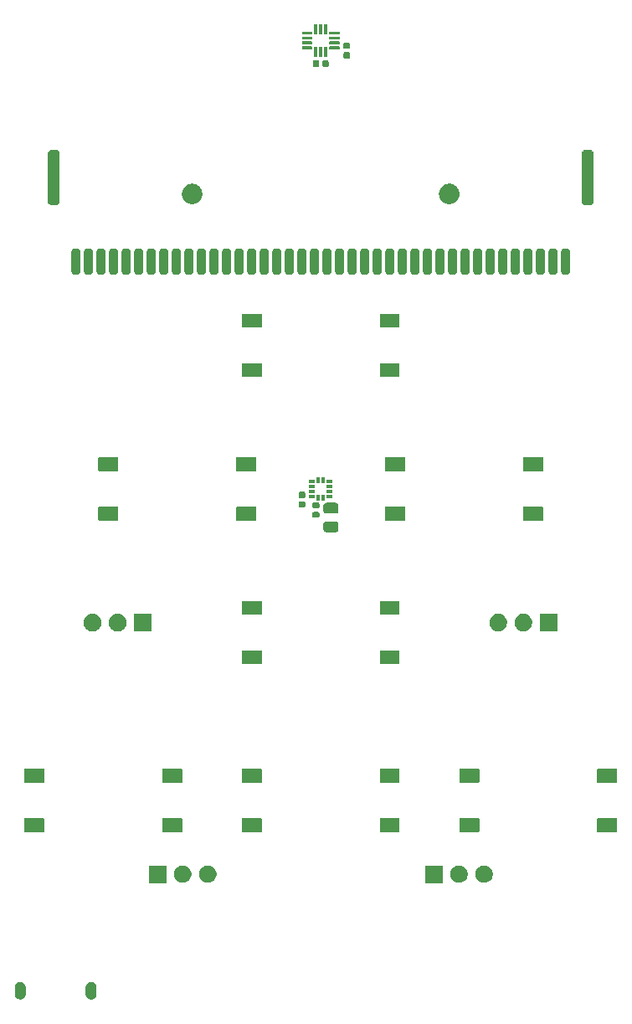
<source format=gbr>
%TF.GenerationSoftware,KiCad,Pcbnew,9.0.3*%
%TF.CreationDate,2025-08-22T11:29:55-04:00*%
%TF.ProjectId,roversa2,726f7665-7273-4613-922e-6b696361645f,rev?*%
%TF.SameCoordinates,Original*%
%TF.FileFunction,Soldermask,Top*%
%TF.FilePolarity,Negative*%
%FSLAX46Y46*%
G04 Gerber Fmt 4.6, Leading zero omitted, Abs format (unit mm)*
G04 Created by KiCad (PCBNEW 9.0.3) date 2025-08-22 11:29:55*
%MOMM*%
%LPD*%
G01*
G04 APERTURE LIST*
G04 APERTURE END LIST*
G36*
X69703684Y-146924853D02*
G01*
X69825314Y-146995076D01*
X69924624Y-147094386D01*
X69994847Y-147216016D01*
X70031197Y-147351677D01*
X70035800Y-147421900D01*
X70035800Y-148121900D01*
X70031197Y-148192123D01*
X69994847Y-148327784D01*
X69924624Y-148449414D01*
X69825314Y-148548724D01*
X69703684Y-148618947D01*
X69568023Y-148655297D01*
X69427577Y-148655297D01*
X69291916Y-148618947D01*
X69170286Y-148548724D01*
X69070976Y-148449414D01*
X69000753Y-148327784D01*
X68964403Y-148192123D01*
X68959800Y-148121900D01*
X68959800Y-147421900D01*
X68964403Y-147351677D01*
X69000753Y-147216016D01*
X69070976Y-147094386D01*
X69170286Y-146995076D01*
X69291916Y-146924853D01*
X69427577Y-146888503D01*
X69568023Y-146888503D01*
X69703684Y-146924853D01*
G37*
G36*
X76853684Y-146924853D02*
G01*
X76975314Y-146995076D01*
X77074624Y-147094386D01*
X77144847Y-147216016D01*
X77181197Y-147351677D01*
X77185800Y-147421900D01*
X77185800Y-148121900D01*
X77181197Y-148192123D01*
X77144847Y-148327784D01*
X77074624Y-148449414D01*
X76975314Y-148548724D01*
X76853684Y-148618947D01*
X76718023Y-148655297D01*
X76577577Y-148655297D01*
X76441916Y-148618947D01*
X76320286Y-148548724D01*
X76220976Y-148449414D01*
X76150753Y-148327784D01*
X76114403Y-148192123D01*
X76109800Y-148121900D01*
X76109800Y-147421900D01*
X76114403Y-147351677D01*
X76150753Y-147216016D01*
X76220976Y-147094386D01*
X76320286Y-146995076D01*
X76441916Y-146924853D01*
X76577577Y-146888503D01*
X76718023Y-146888503D01*
X76853684Y-146924853D01*
G37*
G36*
X84237342Y-135086793D02*
G01*
X84249670Y-135095030D01*
X84257907Y-135107358D01*
X84260800Y-135121900D01*
X84260800Y-136821900D01*
X84257907Y-136836442D01*
X84249670Y-136848770D01*
X84237342Y-136857007D01*
X84222800Y-136859900D01*
X82522800Y-136859900D01*
X82508258Y-136857007D01*
X82495930Y-136848770D01*
X82487693Y-136836442D01*
X82484800Y-136821900D01*
X82484800Y-135121900D01*
X82487693Y-135107358D01*
X82495930Y-135095030D01*
X82508258Y-135086793D01*
X82522800Y-135083900D01*
X84222800Y-135083900D01*
X84237342Y-135086793D01*
G37*
G36*
X112187342Y-135086793D02*
G01*
X112199670Y-135095030D01*
X112207907Y-135107358D01*
X112210800Y-135121900D01*
X112210800Y-136821900D01*
X112207907Y-136836442D01*
X112199670Y-136848770D01*
X112187342Y-136857007D01*
X112172800Y-136859900D01*
X110472800Y-136859900D01*
X110458258Y-136857007D01*
X110445930Y-136848770D01*
X110437693Y-136836442D01*
X110434800Y-136821900D01*
X110434800Y-135121900D01*
X110437693Y-135107358D01*
X110445930Y-135095030D01*
X110458258Y-135086793D01*
X110472800Y-135083900D01*
X112172800Y-135083900D01*
X112187342Y-135086793D01*
G37*
G36*
X86170573Y-135122137D02*
G01*
X86331400Y-135188754D01*
X86476141Y-135285467D01*
X86599233Y-135408559D01*
X86695946Y-135553300D01*
X86762563Y-135714127D01*
X86796524Y-135884861D01*
X86796524Y-136058939D01*
X86762563Y-136229673D01*
X86695946Y-136390500D01*
X86599233Y-136535241D01*
X86476141Y-136658333D01*
X86331400Y-136755046D01*
X86170573Y-136821663D01*
X85999839Y-136855624D01*
X85825761Y-136855624D01*
X85655027Y-136821663D01*
X85494200Y-136755046D01*
X85349459Y-136658333D01*
X85226367Y-136535241D01*
X85129654Y-136390500D01*
X85063037Y-136229673D01*
X85029076Y-136058939D01*
X85029076Y-135884861D01*
X85063037Y-135714127D01*
X85129654Y-135553300D01*
X85226367Y-135408559D01*
X85349459Y-135285467D01*
X85494200Y-135188754D01*
X85655027Y-135122137D01*
X85825761Y-135088176D01*
X85999839Y-135088176D01*
X86170573Y-135122137D01*
G37*
G36*
X88710573Y-135122137D02*
G01*
X88871400Y-135188754D01*
X89016141Y-135285467D01*
X89139233Y-135408559D01*
X89235946Y-135553300D01*
X89302563Y-135714127D01*
X89336524Y-135884861D01*
X89336524Y-136058939D01*
X89302563Y-136229673D01*
X89235946Y-136390500D01*
X89139233Y-136535241D01*
X89016141Y-136658333D01*
X88871400Y-136755046D01*
X88710573Y-136821663D01*
X88539839Y-136855624D01*
X88365761Y-136855624D01*
X88195027Y-136821663D01*
X88034200Y-136755046D01*
X87889459Y-136658333D01*
X87766367Y-136535241D01*
X87669654Y-136390500D01*
X87603037Y-136229673D01*
X87569076Y-136058939D01*
X87569076Y-135884861D01*
X87603037Y-135714127D01*
X87669654Y-135553300D01*
X87766367Y-135408559D01*
X87889459Y-135285467D01*
X88034200Y-135188754D01*
X88195027Y-135122137D01*
X88365761Y-135088176D01*
X88539839Y-135088176D01*
X88710573Y-135122137D01*
G37*
G36*
X114120573Y-135122137D02*
G01*
X114281400Y-135188754D01*
X114426141Y-135285467D01*
X114549233Y-135408559D01*
X114645946Y-135553300D01*
X114712563Y-135714127D01*
X114746524Y-135884861D01*
X114746524Y-136058939D01*
X114712563Y-136229673D01*
X114645946Y-136390500D01*
X114549233Y-136535241D01*
X114426141Y-136658333D01*
X114281400Y-136755046D01*
X114120573Y-136821663D01*
X113949839Y-136855624D01*
X113775761Y-136855624D01*
X113605027Y-136821663D01*
X113444200Y-136755046D01*
X113299459Y-136658333D01*
X113176367Y-136535241D01*
X113079654Y-136390500D01*
X113013037Y-136229673D01*
X112979076Y-136058939D01*
X112979076Y-135884861D01*
X113013037Y-135714127D01*
X113079654Y-135553300D01*
X113176367Y-135408559D01*
X113299459Y-135285467D01*
X113444200Y-135188754D01*
X113605027Y-135122137D01*
X113775761Y-135088176D01*
X113949839Y-135088176D01*
X114120573Y-135122137D01*
G37*
G36*
X116660573Y-135122137D02*
G01*
X116821400Y-135188754D01*
X116966141Y-135285467D01*
X117089233Y-135408559D01*
X117185946Y-135553300D01*
X117252563Y-135714127D01*
X117286524Y-135884861D01*
X117286524Y-136058939D01*
X117252563Y-136229673D01*
X117185946Y-136390500D01*
X117089233Y-136535241D01*
X116966141Y-136658333D01*
X116821400Y-136755046D01*
X116660573Y-136821663D01*
X116489839Y-136855624D01*
X116315761Y-136855624D01*
X116145027Y-136821663D01*
X115984200Y-136755046D01*
X115839459Y-136658333D01*
X115716367Y-136535241D01*
X115619654Y-136390500D01*
X115553037Y-136229673D01*
X115519076Y-136058939D01*
X115519076Y-135884861D01*
X115553037Y-135714127D01*
X115619654Y-135553300D01*
X115716367Y-135408559D01*
X115839459Y-135285467D01*
X115984200Y-135188754D01*
X116145027Y-135122137D01*
X116315761Y-135088176D01*
X116489839Y-135088176D01*
X116660573Y-135122137D01*
G37*
G36*
X71887342Y-130336793D02*
G01*
X71899670Y-130345030D01*
X71907907Y-130357358D01*
X71910800Y-130371900D01*
X71910800Y-131671900D01*
X71907907Y-131686442D01*
X71899670Y-131698770D01*
X71887342Y-131707007D01*
X71872800Y-131709900D01*
X69922800Y-131709900D01*
X69908258Y-131707007D01*
X69895930Y-131698770D01*
X69887693Y-131686442D01*
X69884800Y-131671900D01*
X69884800Y-130371900D01*
X69887693Y-130357358D01*
X69895930Y-130345030D01*
X69908258Y-130336793D01*
X69922800Y-130333900D01*
X71872800Y-130333900D01*
X71887342Y-130336793D01*
G37*
G36*
X85837342Y-130336793D02*
G01*
X85849670Y-130345030D01*
X85857907Y-130357358D01*
X85860800Y-130371900D01*
X85860800Y-131671900D01*
X85857907Y-131686442D01*
X85849670Y-131698770D01*
X85837342Y-131707007D01*
X85822800Y-131709900D01*
X83872800Y-131709900D01*
X83858258Y-131707007D01*
X83845930Y-131698770D01*
X83837693Y-131686442D01*
X83834800Y-131671900D01*
X83834800Y-130371900D01*
X83837693Y-130357358D01*
X83845930Y-130345030D01*
X83858258Y-130336793D01*
X83872800Y-130333900D01*
X85822800Y-130333900D01*
X85837342Y-130336793D01*
G37*
G36*
X93887342Y-130336793D02*
G01*
X93899670Y-130345030D01*
X93907907Y-130357358D01*
X93910800Y-130371900D01*
X93910800Y-131671900D01*
X93907907Y-131686442D01*
X93899670Y-131698770D01*
X93887342Y-131707007D01*
X93872800Y-131709900D01*
X91922800Y-131709900D01*
X91908258Y-131707007D01*
X91895930Y-131698770D01*
X91887693Y-131686442D01*
X91884800Y-131671900D01*
X91884800Y-130371900D01*
X91887693Y-130357358D01*
X91895930Y-130345030D01*
X91908258Y-130336793D01*
X91922800Y-130333900D01*
X93872800Y-130333900D01*
X93887342Y-130336793D01*
G37*
G36*
X107837342Y-130336793D02*
G01*
X107849670Y-130345030D01*
X107857907Y-130357358D01*
X107860800Y-130371900D01*
X107860800Y-131671900D01*
X107857907Y-131686442D01*
X107849670Y-131698770D01*
X107837342Y-131707007D01*
X107822800Y-131709900D01*
X105872800Y-131709900D01*
X105858258Y-131707007D01*
X105845930Y-131698770D01*
X105837693Y-131686442D01*
X105834800Y-131671900D01*
X105834800Y-130371900D01*
X105837693Y-130357358D01*
X105845930Y-130345030D01*
X105858258Y-130336793D01*
X105872800Y-130333900D01*
X107822800Y-130333900D01*
X107837342Y-130336793D01*
G37*
G36*
X115887342Y-130336793D02*
G01*
X115899670Y-130345030D01*
X115907907Y-130357358D01*
X115910800Y-130371900D01*
X115910800Y-131671900D01*
X115907907Y-131686442D01*
X115899670Y-131698770D01*
X115887342Y-131707007D01*
X115872800Y-131709900D01*
X113922800Y-131709900D01*
X113908258Y-131707007D01*
X113895930Y-131698770D01*
X113887693Y-131686442D01*
X113884800Y-131671900D01*
X113884800Y-130371900D01*
X113887693Y-130357358D01*
X113895930Y-130345030D01*
X113908258Y-130336793D01*
X113922800Y-130333900D01*
X115872800Y-130333900D01*
X115887342Y-130336793D01*
G37*
G36*
X129837342Y-130336793D02*
G01*
X129849670Y-130345030D01*
X129857907Y-130357358D01*
X129860800Y-130371900D01*
X129860800Y-131671900D01*
X129857907Y-131686442D01*
X129849670Y-131698770D01*
X129837342Y-131707007D01*
X129822800Y-131709900D01*
X127872800Y-131709900D01*
X127858258Y-131707007D01*
X127845930Y-131698770D01*
X127837693Y-131686442D01*
X127834800Y-131671900D01*
X127834800Y-130371900D01*
X127837693Y-130357358D01*
X127845930Y-130345030D01*
X127858258Y-130336793D01*
X127872800Y-130333900D01*
X129822800Y-130333900D01*
X129837342Y-130336793D01*
G37*
G36*
X71887342Y-125336793D02*
G01*
X71899670Y-125345030D01*
X71907907Y-125357358D01*
X71910800Y-125371900D01*
X71910800Y-126671900D01*
X71907907Y-126686442D01*
X71899670Y-126698770D01*
X71887342Y-126707007D01*
X71872800Y-126709900D01*
X69922800Y-126709900D01*
X69908258Y-126707007D01*
X69895930Y-126698770D01*
X69887693Y-126686442D01*
X69884800Y-126671900D01*
X69884800Y-125371900D01*
X69887693Y-125357358D01*
X69895930Y-125345030D01*
X69908258Y-125336793D01*
X69922800Y-125333900D01*
X71872800Y-125333900D01*
X71887342Y-125336793D01*
G37*
G36*
X85837342Y-125336793D02*
G01*
X85849670Y-125345030D01*
X85857907Y-125357358D01*
X85860800Y-125371900D01*
X85860800Y-126671900D01*
X85857907Y-126686442D01*
X85849670Y-126698770D01*
X85837342Y-126707007D01*
X85822800Y-126709900D01*
X83872800Y-126709900D01*
X83858258Y-126707007D01*
X83845930Y-126698770D01*
X83837693Y-126686442D01*
X83834800Y-126671900D01*
X83834800Y-125371900D01*
X83837693Y-125357358D01*
X83845930Y-125345030D01*
X83858258Y-125336793D01*
X83872800Y-125333900D01*
X85822800Y-125333900D01*
X85837342Y-125336793D01*
G37*
G36*
X93887342Y-125336793D02*
G01*
X93899670Y-125345030D01*
X93907907Y-125357358D01*
X93910800Y-125371900D01*
X93910800Y-126671900D01*
X93907907Y-126686442D01*
X93899670Y-126698770D01*
X93887342Y-126707007D01*
X93872800Y-126709900D01*
X91922800Y-126709900D01*
X91908258Y-126707007D01*
X91895930Y-126698770D01*
X91887693Y-126686442D01*
X91884800Y-126671900D01*
X91884800Y-125371900D01*
X91887693Y-125357358D01*
X91895930Y-125345030D01*
X91908258Y-125336793D01*
X91922800Y-125333900D01*
X93872800Y-125333900D01*
X93887342Y-125336793D01*
G37*
G36*
X107837342Y-125336793D02*
G01*
X107849670Y-125345030D01*
X107857907Y-125357358D01*
X107860800Y-125371900D01*
X107860800Y-126671900D01*
X107857907Y-126686442D01*
X107849670Y-126698770D01*
X107837342Y-126707007D01*
X107822800Y-126709900D01*
X105872800Y-126709900D01*
X105858258Y-126707007D01*
X105845930Y-126698770D01*
X105837693Y-126686442D01*
X105834800Y-126671900D01*
X105834800Y-125371900D01*
X105837693Y-125357358D01*
X105845930Y-125345030D01*
X105858258Y-125336793D01*
X105872800Y-125333900D01*
X107822800Y-125333900D01*
X107837342Y-125336793D01*
G37*
G36*
X115887342Y-125336793D02*
G01*
X115899670Y-125345030D01*
X115907907Y-125357358D01*
X115910800Y-125371900D01*
X115910800Y-126671900D01*
X115907907Y-126686442D01*
X115899670Y-126698770D01*
X115887342Y-126707007D01*
X115872800Y-126709900D01*
X113922800Y-126709900D01*
X113908258Y-126707007D01*
X113895930Y-126698770D01*
X113887693Y-126686442D01*
X113884800Y-126671900D01*
X113884800Y-125371900D01*
X113887693Y-125357358D01*
X113895930Y-125345030D01*
X113908258Y-125336793D01*
X113922800Y-125333900D01*
X115872800Y-125333900D01*
X115887342Y-125336793D01*
G37*
G36*
X129837342Y-125336793D02*
G01*
X129849670Y-125345030D01*
X129857907Y-125357358D01*
X129860800Y-125371900D01*
X129860800Y-126671900D01*
X129857907Y-126686442D01*
X129849670Y-126698770D01*
X129837342Y-126707007D01*
X129822800Y-126709900D01*
X127872800Y-126709900D01*
X127858258Y-126707007D01*
X127845930Y-126698770D01*
X127837693Y-126686442D01*
X127834800Y-126671900D01*
X127834800Y-125371900D01*
X127837693Y-125357358D01*
X127845930Y-125345030D01*
X127858258Y-125336793D01*
X127872800Y-125333900D01*
X129822800Y-125333900D01*
X129837342Y-125336793D01*
G37*
G36*
X93887342Y-113336793D02*
G01*
X93899670Y-113345030D01*
X93907907Y-113357358D01*
X93910800Y-113371900D01*
X93910800Y-114671900D01*
X93907907Y-114686442D01*
X93899670Y-114698770D01*
X93887342Y-114707007D01*
X93872800Y-114709900D01*
X91922800Y-114709900D01*
X91908258Y-114707007D01*
X91895930Y-114698770D01*
X91887693Y-114686442D01*
X91884800Y-114671900D01*
X91884800Y-113371900D01*
X91887693Y-113357358D01*
X91895930Y-113345030D01*
X91908258Y-113336793D01*
X91922800Y-113333900D01*
X93872800Y-113333900D01*
X93887342Y-113336793D01*
G37*
G36*
X107837342Y-113336793D02*
G01*
X107849670Y-113345030D01*
X107857907Y-113357358D01*
X107860800Y-113371900D01*
X107860800Y-114671900D01*
X107857907Y-114686442D01*
X107849670Y-114698770D01*
X107837342Y-114707007D01*
X107822800Y-114709900D01*
X105872800Y-114709900D01*
X105858258Y-114707007D01*
X105845930Y-114698770D01*
X105837693Y-114686442D01*
X105834800Y-114671900D01*
X105834800Y-113371900D01*
X105837693Y-113357358D01*
X105845930Y-113345030D01*
X105858258Y-113336793D01*
X105872800Y-113333900D01*
X107822800Y-113333900D01*
X107837342Y-113336793D01*
G37*
G36*
X82737342Y-109636793D02*
G01*
X82749670Y-109645030D01*
X82757907Y-109657358D01*
X82760800Y-109671900D01*
X82760800Y-111371900D01*
X82757907Y-111386442D01*
X82749670Y-111398770D01*
X82737342Y-111407007D01*
X82722800Y-111409900D01*
X81022800Y-111409900D01*
X81008258Y-111407007D01*
X80995930Y-111398770D01*
X80987693Y-111386442D01*
X80984800Y-111371900D01*
X80984800Y-109671900D01*
X80987693Y-109657358D01*
X80995930Y-109645030D01*
X81008258Y-109636793D01*
X81022800Y-109633900D01*
X82722800Y-109633900D01*
X82737342Y-109636793D01*
G37*
G36*
X123787342Y-109636793D02*
G01*
X123799670Y-109645030D01*
X123807907Y-109657358D01*
X123810800Y-109671900D01*
X123810800Y-111371900D01*
X123807907Y-111386442D01*
X123799670Y-111398770D01*
X123787342Y-111407007D01*
X123772800Y-111409900D01*
X122072800Y-111409900D01*
X122058258Y-111407007D01*
X122045930Y-111398770D01*
X122037693Y-111386442D01*
X122034800Y-111371900D01*
X122034800Y-109671900D01*
X122037693Y-109657358D01*
X122045930Y-109645030D01*
X122058258Y-109636793D01*
X122072800Y-109633900D01*
X123772800Y-109633900D01*
X123787342Y-109636793D01*
G37*
G36*
X77050573Y-109672137D02*
G01*
X77211400Y-109738754D01*
X77356141Y-109835467D01*
X77479233Y-109958559D01*
X77575946Y-110103300D01*
X77642563Y-110264127D01*
X77676524Y-110434861D01*
X77676524Y-110608939D01*
X77642563Y-110779673D01*
X77575946Y-110940500D01*
X77479233Y-111085241D01*
X77356141Y-111208333D01*
X77211400Y-111305046D01*
X77050573Y-111371663D01*
X76879839Y-111405624D01*
X76705761Y-111405624D01*
X76535027Y-111371663D01*
X76374200Y-111305046D01*
X76229459Y-111208333D01*
X76106367Y-111085241D01*
X76009654Y-110940500D01*
X75943037Y-110779673D01*
X75909076Y-110608939D01*
X75909076Y-110434861D01*
X75943037Y-110264127D01*
X76009654Y-110103300D01*
X76106367Y-109958559D01*
X76229459Y-109835467D01*
X76374200Y-109738754D01*
X76535027Y-109672137D01*
X76705761Y-109638176D01*
X76879839Y-109638176D01*
X77050573Y-109672137D01*
G37*
G36*
X79590573Y-109672137D02*
G01*
X79751400Y-109738754D01*
X79896141Y-109835467D01*
X80019233Y-109958559D01*
X80115946Y-110103300D01*
X80182563Y-110264127D01*
X80216524Y-110434861D01*
X80216524Y-110608939D01*
X80182563Y-110779673D01*
X80115946Y-110940500D01*
X80019233Y-111085241D01*
X79896141Y-111208333D01*
X79751400Y-111305046D01*
X79590573Y-111371663D01*
X79419839Y-111405624D01*
X79245761Y-111405624D01*
X79075027Y-111371663D01*
X78914200Y-111305046D01*
X78769459Y-111208333D01*
X78646367Y-111085241D01*
X78549654Y-110940500D01*
X78483037Y-110779673D01*
X78449076Y-110608939D01*
X78449076Y-110434861D01*
X78483037Y-110264127D01*
X78549654Y-110103300D01*
X78646367Y-109958559D01*
X78769459Y-109835467D01*
X78914200Y-109738754D01*
X79075027Y-109672137D01*
X79245761Y-109638176D01*
X79419839Y-109638176D01*
X79590573Y-109672137D01*
G37*
G36*
X118100573Y-109672137D02*
G01*
X118261400Y-109738754D01*
X118406141Y-109835467D01*
X118529233Y-109958559D01*
X118625946Y-110103300D01*
X118692563Y-110264127D01*
X118726524Y-110434861D01*
X118726524Y-110608939D01*
X118692563Y-110779673D01*
X118625946Y-110940500D01*
X118529233Y-111085241D01*
X118406141Y-111208333D01*
X118261400Y-111305046D01*
X118100573Y-111371663D01*
X117929839Y-111405624D01*
X117755761Y-111405624D01*
X117585027Y-111371663D01*
X117424200Y-111305046D01*
X117279459Y-111208333D01*
X117156367Y-111085241D01*
X117059654Y-110940500D01*
X116993037Y-110779673D01*
X116959076Y-110608939D01*
X116959076Y-110434861D01*
X116993037Y-110264127D01*
X117059654Y-110103300D01*
X117156367Y-109958559D01*
X117279459Y-109835467D01*
X117424200Y-109738754D01*
X117585027Y-109672137D01*
X117755761Y-109638176D01*
X117929839Y-109638176D01*
X118100573Y-109672137D01*
G37*
G36*
X120640573Y-109672137D02*
G01*
X120801400Y-109738754D01*
X120946141Y-109835467D01*
X121069233Y-109958559D01*
X121165946Y-110103300D01*
X121232563Y-110264127D01*
X121266524Y-110434861D01*
X121266524Y-110608939D01*
X121232563Y-110779673D01*
X121165946Y-110940500D01*
X121069233Y-111085241D01*
X120946141Y-111208333D01*
X120801400Y-111305046D01*
X120640573Y-111371663D01*
X120469839Y-111405624D01*
X120295761Y-111405624D01*
X120125027Y-111371663D01*
X119964200Y-111305046D01*
X119819459Y-111208333D01*
X119696367Y-111085241D01*
X119599654Y-110940500D01*
X119533037Y-110779673D01*
X119499076Y-110608939D01*
X119499076Y-110434861D01*
X119533037Y-110264127D01*
X119599654Y-110103300D01*
X119696367Y-109958559D01*
X119819459Y-109835467D01*
X119964200Y-109738754D01*
X120125027Y-109672137D01*
X120295761Y-109638176D01*
X120469839Y-109638176D01*
X120640573Y-109672137D01*
G37*
G36*
X93887342Y-108336793D02*
G01*
X93899670Y-108345030D01*
X93907907Y-108357358D01*
X93910800Y-108371900D01*
X93910800Y-109671900D01*
X93907907Y-109686442D01*
X93899670Y-109698770D01*
X93887342Y-109707007D01*
X93872800Y-109709900D01*
X91922800Y-109709900D01*
X91908258Y-109707007D01*
X91895930Y-109698770D01*
X91887693Y-109686442D01*
X91884800Y-109671900D01*
X91884800Y-108371900D01*
X91887693Y-108357358D01*
X91895930Y-108345030D01*
X91908258Y-108336793D01*
X91922800Y-108333900D01*
X93872800Y-108333900D01*
X93887342Y-108336793D01*
G37*
G36*
X107837342Y-108336793D02*
G01*
X107849670Y-108345030D01*
X107857907Y-108357358D01*
X107860800Y-108371900D01*
X107860800Y-109671900D01*
X107857907Y-109686442D01*
X107849670Y-109698770D01*
X107837342Y-109707007D01*
X107822800Y-109709900D01*
X105872800Y-109709900D01*
X105858258Y-109707007D01*
X105845930Y-109698770D01*
X105837693Y-109686442D01*
X105834800Y-109671900D01*
X105834800Y-108371900D01*
X105837693Y-108357358D01*
X105845930Y-108345030D01*
X105858258Y-108336793D01*
X105872800Y-108333900D01*
X107822800Y-108333900D01*
X107837342Y-108336793D01*
G37*
G36*
X101455138Y-100317850D02*
G01*
X101459853Y-100319932D01*
X101462526Y-100320284D01*
X101495970Y-100335879D01*
X101551959Y-100360601D01*
X101626799Y-100435441D01*
X101651530Y-100491451D01*
X101667115Y-100524873D01*
X101667466Y-100527543D01*
X101669550Y-100532262D01*
X101677200Y-100598200D01*
X101677200Y-101098200D01*
X101669550Y-101164138D01*
X101667466Y-101168856D01*
X101667115Y-101171526D01*
X101651538Y-101204930D01*
X101626799Y-101260959D01*
X101551959Y-101335799D01*
X101495930Y-101360538D01*
X101462526Y-101376115D01*
X101459856Y-101376466D01*
X101455138Y-101378550D01*
X101389200Y-101386200D01*
X100439200Y-101386200D01*
X100373262Y-101378550D01*
X100368543Y-101376466D01*
X100365873Y-101376115D01*
X100332451Y-101360530D01*
X100276441Y-101335799D01*
X100201601Y-101260959D01*
X100176879Y-101204970D01*
X100161284Y-101171526D01*
X100160932Y-101168853D01*
X100158850Y-101164138D01*
X100151200Y-101098200D01*
X100151200Y-100598200D01*
X100158850Y-100532262D01*
X100160932Y-100527546D01*
X100161284Y-100524873D01*
X100176887Y-100491410D01*
X100201601Y-100435441D01*
X100276441Y-100360601D01*
X100332410Y-100335887D01*
X100365873Y-100320284D01*
X100368546Y-100319932D01*
X100373262Y-100317850D01*
X100439200Y-100310200D01*
X101389200Y-100310200D01*
X101455138Y-100317850D01*
G37*
G36*
X79387342Y-98836793D02*
G01*
X79399670Y-98845030D01*
X79407907Y-98857358D01*
X79410800Y-98871900D01*
X79410800Y-100171900D01*
X79407907Y-100186442D01*
X79399670Y-100198770D01*
X79387342Y-100207007D01*
X79372800Y-100209900D01*
X77422800Y-100209900D01*
X77408258Y-100207007D01*
X77395930Y-100198770D01*
X77387693Y-100186442D01*
X77384800Y-100171900D01*
X77384800Y-98871900D01*
X77387693Y-98857358D01*
X77395930Y-98845030D01*
X77408258Y-98836793D01*
X77422800Y-98833900D01*
X79372800Y-98833900D01*
X79387342Y-98836793D01*
G37*
G36*
X93337342Y-98836793D02*
G01*
X93349670Y-98845030D01*
X93357907Y-98857358D01*
X93360800Y-98871900D01*
X93360800Y-100171900D01*
X93357907Y-100186442D01*
X93349670Y-100198770D01*
X93337342Y-100207007D01*
X93322800Y-100209900D01*
X91372800Y-100209900D01*
X91358258Y-100207007D01*
X91345930Y-100198770D01*
X91337693Y-100186442D01*
X91334800Y-100171900D01*
X91334800Y-98871900D01*
X91337693Y-98857358D01*
X91345930Y-98845030D01*
X91358258Y-98836793D01*
X91372800Y-98833900D01*
X93322800Y-98833900D01*
X93337342Y-98836793D01*
G37*
G36*
X108387342Y-98836793D02*
G01*
X108399670Y-98845030D01*
X108407907Y-98857358D01*
X108410800Y-98871900D01*
X108410800Y-100171900D01*
X108407907Y-100186442D01*
X108399670Y-100198770D01*
X108387342Y-100207007D01*
X108372800Y-100209900D01*
X106422800Y-100209900D01*
X106408258Y-100207007D01*
X106395930Y-100198770D01*
X106387693Y-100186442D01*
X106384800Y-100171900D01*
X106384800Y-98871900D01*
X106387693Y-98857358D01*
X106395930Y-98845030D01*
X106408258Y-98836793D01*
X106422800Y-98833900D01*
X108372800Y-98833900D01*
X108387342Y-98836793D01*
G37*
G36*
X122337342Y-98836793D02*
G01*
X122349670Y-98845030D01*
X122357907Y-98857358D01*
X122360800Y-98871900D01*
X122360800Y-100171900D01*
X122357907Y-100186442D01*
X122349670Y-100198770D01*
X122337342Y-100207007D01*
X122322800Y-100209900D01*
X120372800Y-100209900D01*
X120358258Y-100207007D01*
X120345930Y-100198770D01*
X120337693Y-100186442D01*
X120334800Y-100171900D01*
X120334800Y-98871900D01*
X120337693Y-98857358D01*
X120345930Y-98845030D01*
X120358258Y-98836793D01*
X120372800Y-98833900D01*
X122322800Y-98833900D01*
X122337342Y-98836793D01*
G37*
G36*
X99628318Y-99311749D02*
G01*
X99686065Y-99350335D01*
X99724651Y-99408082D01*
X99738200Y-99476200D01*
X99738200Y-99756200D01*
X99724651Y-99824318D01*
X99686065Y-99882065D01*
X99628318Y-99920651D01*
X99560200Y-99934200D01*
X99220200Y-99934200D01*
X99152082Y-99920651D01*
X99094335Y-99882065D01*
X99055749Y-99824318D01*
X99042200Y-99756200D01*
X99042200Y-99476200D01*
X99055749Y-99408082D01*
X99094335Y-99350335D01*
X99152082Y-99311749D01*
X99220200Y-99298200D01*
X99560200Y-99298200D01*
X99628318Y-99311749D01*
G37*
G36*
X101455138Y-98417850D02*
G01*
X101459853Y-98419932D01*
X101462526Y-98420284D01*
X101495970Y-98435879D01*
X101551959Y-98460601D01*
X101626799Y-98535441D01*
X101651530Y-98591451D01*
X101667115Y-98624873D01*
X101667466Y-98627543D01*
X101669550Y-98632262D01*
X101677200Y-98698200D01*
X101677200Y-99198200D01*
X101669550Y-99264138D01*
X101667466Y-99268856D01*
X101667115Y-99271526D01*
X101651538Y-99304930D01*
X101626799Y-99360959D01*
X101551959Y-99435799D01*
X101495930Y-99460538D01*
X101462526Y-99476115D01*
X101459856Y-99476466D01*
X101455138Y-99478550D01*
X101389200Y-99486200D01*
X100439200Y-99486200D01*
X100373262Y-99478550D01*
X100368543Y-99476466D01*
X100365873Y-99476115D01*
X100332451Y-99460530D01*
X100276441Y-99435799D01*
X100201601Y-99360959D01*
X100176879Y-99304970D01*
X100161284Y-99271526D01*
X100160932Y-99268853D01*
X100158850Y-99264138D01*
X100151200Y-99198200D01*
X100151200Y-98698200D01*
X100158850Y-98632262D01*
X100160932Y-98627546D01*
X100161284Y-98624873D01*
X100176887Y-98591410D01*
X100201601Y-98535441D01*
X100276441Y-98460601D01*
X100332410Y-98435887D01*
X100365873Y-98420284D01*
X100368546Y-98419932D01*
X100373262Y-98417850D01*
X100439200Y-98410200D01*
X101389200Y-98410200D01*
X101455138Y-98417850D01*
G37*
G36*
X99628318Y-98351749D02*
G01*
X99686065Y-98390335D01*
X99724651Y-98448082D01*
X99738200Y-98516200D01*
X99738200Y-98796200D01*
X99724651Y-98864318D01*
X99686065Y-98922065D01*
X99628318Y-98960651D01*
X99560200Y-98974200D01*
X99220200Y-98974200D01*
X99152082Y-98960651D01*
X99094335Y-98922065D01*
X99055749Y-98864318D01*
X99042200Y-98796200D01*
X99042200Y-98516200D01*
X99055749Y-98448082D01*
X99094335Y-98390335D01*
X99152082Y-98351749D01*
X99220200Y-98338200D01*
X99560200Y-98338200D01*
X99628318Y-98351749D01*
G37*
G36*
X98238118Y-98267049D02*
G01*
X98295865Y-98305635D01*
X98334451Y-98363382D01*
X98348000Y-98431500D01*
X98348000Y-98711500D01*
X98334451Y-98779618D01*
X98295865Y-98837365D01*
X98238118Y-98875951D01*
X98170000Y-98889500D01*
X97830000Y-98889500D01*
X97761882Y-98875951D01*
X97704135Y-98837365D01*
X97665549Y-98779618D01*
X97652000Y-98711500D01*
X97652000Y-98431500D01*
X97665549Y-98363382D01*
X97704135Y-98305635D01*
X97761882Y-98267049D01*
X97830000Y-98253500D01*
X98170000Y-98253500D01*
X98238118Y-98267049D01*
G37*
G36*
X99762342Y-97611793D02*
G01*
X99774670Y-97620030D01*
X99782907Y-97632358D01*
X99785800Y-97646900D01*
X99785800Y-98196900D01*
X99782907Y-98211442D01*
X99774670Y-98223770D01*
X99762342Y-98232007D01*
X99747800Y-98234900D01*
X99497800Y-98234900D01*
X99483258Y-98232007D01*
X99470930Y-98223770D01*
X99462693Y-98211442D01*
X99459800Y-98196900D01*
X99459800Y-97646900D01*
X99462693Y-97632358D01*
X99470930Y-97620030D01*
X99483258Y-97611793D01*
X99497800Y-97608900D01*
X99747800Y-97608900D01*
X99762342Y-97611793D01*
G37*
G36*
X100262342Y-97611793D02*
G01*
X100274670Y-97620030D01*
X100282907Y-97632358D01*
X100285800Y-97646900D01*
X100285800Y-98196900D01*
X100282907Y-98211442D01*
X100274670Y-98223770D01*
X100262342Y-98232007D01*
X100247800Y-98234900D01*
X99997800Y-98234900D01*
X99983258Y-98232007D01*
X99970930Y-98223770D01*
X99962693Y-98211442D01*
X99959800Y-98196900D01*
X99959800Y-97646900D01*
X99962693Y-97632358D01*
X99970930Y-97620030D01*
X99983258Y-97611793D01*
X99997800Y-97608900D01*
X100247800Y-97608900D01*
X100262342Y-97611793D01*
G37*
G36*
X99262342Y-97611793D02*
G01*
X99274670Y-97620030D01*
X99282907Y-97632358D01*
X99285800Y-97646900D01*
X99285800Y-97896900D01*
X99282907Y-97911442D01*
X99274670Y-97923770D01*
X99262342Y-97932007D01*
X99247800Y-97934900D01*
X98697800Y-97934900D01*
X98683258Y-97932007D01*
X98670930Y-97923770D01*
X98662693Y-97911442D01*
X98659800Y-97896900D01*
X98659800Y-97646900D01*
X98662693Y-97632358D01*
X98670930Y-97620030D01*
X98683258Y-97611793D01*
X98697800Y-97608900D01*
X99247800Y-97608900D01*
X99262342Y-97611793D01*
G37*
G36*
X101062342Y-97611793D02*
G01*
X101074670Y-97620030D01*
X101082907Y-97632358D01*
X101085800Y-97646900D01*
X101085800Y-97896900D01*
X101082907Y-97911442D01*
X101074670Y-97923770D01*
X101062342Y-97932007D01*
X101047800Y-97934900D01*
X100497800Y-97934900D01*
X100483258Y-97932007D01*
X100470930Y-97923770D01*
X100462693Y-97911442D01*
X100459800Y-97896900D01*
X100459800Y-97646900D01*
X100462693Y-97632358D01*
X100470930Y-97620030D01*
X100483258Y-97611793D01*
X100497800Y-97608900D01*
X101047800Y-97608900D01*
X101062342Y-97611793D01*
G37*
G36*
X98238118Y-97307049D02*
G01*
X98295865Y-97345635D01*
X98334451Y-97403382D01*
X98348000Y-97471500D01*
X98348000Y-97751500D01*
X98334451Y-97819618D01*
X98295865Y-97877365D01*
X98238118Y-97915951D01*
X98170000Y-97929500D01*
X97830000Y-97929500D01*
X97761882Y-97915951D01*
X97704135Y-97877365D01*
X97665549Y-97819618D01*
X97652000Y-97751500D01*
X97652000Y-97471500D01*
X97665549Y-97403382D01*
X97704135Y-97345635D01*
X97761882Y-97307049D01*
X97830000Y-97293500D01*
X98170000Y-97293500D01*
X98238118Y-97307049D01*
G37*
G36*
X99262342Y-97111793D02*
G01*
X99274670Y-97120030D01*
X99282907Y-97132358D01*
X99285800Y-97146900D01*
X99285800Y-97396900D01*
X99282907Y-97411442D01*
X99274670Y-97423770D01*
X99262342Y-97432007D01*
X99247800Y-97434900D01*
X98697800Y-97434900D01*
X98683258Y-97432007D01*
X98670930Y-97423770D01*
X98662693Y-97411442D01*
X98659800Y-97396900D01*
X98659800Y-97146900D01*
X98662693Y-97132358D01*
X98670930Y-97120030D01*
X98683258Y-97111793D01*
X98697800Y-97108900D01*
X99247800Y-97108900D01*
X99262342Y-97111793D01*
G37*
G36*
X101062342Y-97111793D02*
G01*
X101074670Y-97120030D01*
X101082907Y-97132358D01*
X101085800Y-97146900D01*
X101085800Y-97396900D01*
X101082907Y-97411442D01*
X101074670Y-97423770D01*
X101062342Y-97432007D01*
X101047800Y-97434900D01*
X100497800Y-97434900D01*
X100483258Y-97432007D01*
X100470930Y-97423770D01*
X100462693Y-97411442D01*
X100459800Y-97396900D01*
X100459800Y-97146900D01*
X100462693Y-97132358D01*
X100470930Y-97120030D01*
X100483258Y-97111793D01*
X100497800Y-97108900D01*
X101047800Y-97108900D01*
X101062342Y-97111793D01*
G37*
G36*
X99262342Y-96611793D02*
G01*
X99274670Y-96620030D01*
X99282907Y-96632358D01*
X99285800Y-96646900D01*
X99285800Y-96896900D01*
X99282907Y-96911442D01*
X99274670Y-96923770D01*
X99262342Y-96932007D01*
X99247800Y-96934900D01*
X98697800Y-96934900D01*
X98683258Y-96932007D01*
X98670930Y-96923770D01*
X98662693Y-96911442D01*
X98659800Y-96896900D01*
X98659800Y-96646900D01*
X98662693Y-96632358D01*
X98670930Y-96620030D01*
X98683258Y-96611793D01*
X98697800Y-96608900D01*
X99247800Y-96608900D01*
X99262342Y-96611793D01*
G37*
G36*
X101062342Y-96611793D02*
G01*
X101074670Y-96620030D01*
X101082907Y-96632358D01*
X101085800Y-96646900D01*
X101085800Y-96896900D01*
X101082907Y-96911442D01*
X101074670Y-96923770D01*
X101062342Y-96932007D01*
X101047800Y-96934900D01*
X100497800Y-96934900D01*
X100483258Y-96932007D01*
X100470930Y-96923770D01*
X100462693Y-96911442D01*
X100459800Y-96896900D01*
X100459800Y-96646900D01*
X100462693Y-96632358D01*
X100470930Y-96620030D01*
X100483258Y-96611793D01*
X100497800Y-96608900D01*
X101047800Y-96608900D01*
X101062342Y-96611793D01*
G37*
G36*
X99262342Y-96111793D02*
G01*
X99274670Y-96120030D01*
X99282907Y-96132358D01*
X99285800Y-96146900D01*
X99285800Y-96396900D01*
X99282907Y-96411442D01*
X99274670Y-96423770D01*
X99262342Y-96432007D01*
X99247800Y-96434900D01*
X98697800Y-96434900D01*
X98683258Y-96432007D01*
X98670930Y-96423770D01*
X98662693Y-96411442D01*
X98659800Y-96396900D01*
X98659800Y-96146900D01*
X98662693Y-96132358D01*
X98670930Y-96120030D01*
X98683258Y-96111793D01*
X98697800Y-96108900D01*
X99247800Y-96108900D01*
X99262342Y-96111793D01*
G37*
G36*
X99762342Y-95811793D02*
G01*
X99774670Y-95820030D01*
X99782907Y-95832358D01*
X99785800Y-95846900D01*
X99785800Y-96396900D01*
X99782907Y-96411442D01*
X99774670Y-96423770D01*
X99762342Y-96432007D01*
X99747800Y-96434900D01*
X99497800Y-96434900D01*
X99483258Y-96432007D01*
X99470930Y-96423770D01*
X99462693Y-96411442D01*
X99459800Y-96396900D01*
X99459800Y-95846900D01*
X99462693Y-95832358D01*
X99470930Y-95820030D01*
X99483258Y-95811793D01*
X99497800Y-95808900D01*
X99747800Y-95808900D01*
X99762342Y-95811793D01*
G37*
G36*
X100262342Y-95811793D02*
G01*
X100274670Y-95820030D01*
X100282907Y-95832358D01*
X100285800Y-95846900D01*
X100285800Y-96396900D01*
X100282907Y-96411442D01*
X100274670Y-96423770D01*
X100262342Y-96432007D01*
X100247800Y-96434900D01*
X99997800Y-96434900D01*
X99983258Y-96432007D01*
X99970930Y-96423770D01*
X99962693Y-96411442D01*
X99959800Y-96396900D01*
X99959800Y-95846900D01*
X99962693Y-95832358D01*
X99970930Y-95820030D01*
X99983258Y-95811793D01*
X99997800Y-95808900D01*
X100247800Y-95808900D01*
X100262342Y-95811793D01*
G37*
G36*
X101062342Y-96111793D02*
G01*
X101074670Y-96120030D01*
X101082907Y-96132358D01*
X101085800Y-96146900D01*
X101085800Y-96396900D01*
X101082907Y-96411442D01*
X101074670Y-96423770D01*
X101062342Y-96432007D01*
X101047800Y-96434900D01*
X100497800Y-96434900D01*
X100483258Y-96432007D01*
X100470930Y-96423770D01*
X100462693Y-96411442D01*
X100459800Y-96396900D01*
X100459800Y-96146900D01*
X100462693Y-96132358D01*
X100470930Y-96120030D01*
X100483258Y-96111793D01*
X100497800Y-96108900D01*
X101047800Y-96108900D01*
X101062342Y-96111793D01*
G37*
G36*
X79387342Y-93836793D02*
G01*
X79399670Y-93845030D01*
X79407907Y-93857358D01*
X79410800Y-93871900D01*
X79410800Y-95171900D01*
X79407907Y-95186442D01*
X79399670Y-95198770D01*
X79387342Y-95207007D01*
X79372800Y-95209900D01*
X77422800Y-95209900D01*
X77408258Y-95207007D01*
X77395930Y-95198770D01*
X77387693Y-95186442D01*
X77384800Y-95171900D01*
X77384800Y-93871900D01*
X77387693Y-93857358D01*
X77395930Y-93845030D01*
X77408258Y-93836793D01*
X77422800Y-93833900D01*
X79372800Y-93833900D01*
X79387342Y-93836793D01*
G37*
G36*
X93337342Y-93836793D02*
G01*
X93349670Y-93845030D01*
X93357907Y-93857358D01*
X93360800Y-93871900D01*
X93360800Y-95171900D01*
X93357907Y-95186442D01*
X93349670Y-95198770D01*
X93337342Y-95207007D01*
X93322800Y-95209900D01*
X91372800Y-95209900D01*
X91358258Y-95207007D01*
X91345930Y-95198770D01*
X91337693Y-95186442D01*
X91334800Y-95171900D01*
X91334800Y-93871900D01*
X91337693Y-93857358D01*
X91345930Y-93845030D01*
X91358258Y-93836793D01*
X91372800Y-93833900D01*
X93322800Y-93833900D01*
X93337342Y-93836793D01*
G37*
G36*
X108387342Y-93836793D02*
G01*
X108399670Y-93845030D01*
X108407907Y-93857358D01*
X108410800Y-93871900D01*
X108410800Y-95171900D01*
X108407907Y-95186442D01*
X108399670Y-95198770D01*
X108387342Y-95207007D01*
X108372800Y-95209900D01*
X106422800Y-95209900D01*
X106408258Y-95207007D01*
X106395930Y-95198770D01*
X106387693Y-95186442D01*
X106384800Y-95171900D01*
X106384800Y-93871900D01*
X106387693Y-93857358D01*
X106395930Y-93845030D01*
X106408258Y-93836793D01*
X106422800Y-93833900D01*
X108372800Y-93833900D01*
X108387342Y-93836793D01*
G37*
G36*
X122337342Y-93836793D02*
G01*
X122349670Y-93845030D01*
X122357907Y-93857358D01*
X122360800Y-93871900D01*
X122360800Y-95171900D01*
X122357907Y-95186442D01*
X122349670Y-95198770D01*
X122337342Y-95207007D01*
X122322800Y-95209900D01*
X120372800Y-95209900D01*
X120358258Y-95207007D01*
X120345930Y-95198770D01*
X120337693Y-95186442D01*
X120334800Y-95171900D01*
X120334800Y-93871900D01*
X120337693Y-93857358D01*
X120345930Y-93845030D01*
X120358258Y-93836793D01*
X120372800Y-93833900D01*
X122322800Y-93833900D01*
X122337342Y-93836793D01*
G37*
G36*
X93887342Y-84336793D02*
G01*
X93899670Y-84345030D01*
X93907907Y-84357358D01*
X93910800Y-84371900D01*
X93910800Y-85671900D01*
X93907907Y-85686442D01*
X93899670Y-85698770D01*
X93887342Y-85707007D01*
X93872800Y-85709900D01*
X91922800Y-85709900D01*
X91908258Y-85707007D01*
X91895930Y-85698770D01*
X91887693Y-85686442D01*
X91884800Y-85671900D01*
X91884800Y-84371900D01*
X91887693Y-84357358D01*
X91895930Y-84345030D01*
X91908258Y-84336793D01*
X91922800Y-84333900D01*
X93872800Y-84333900D01*
X93887342Y-84336793D01*
G37*
G36*
X107837342Y-84336793D02*
G01*
X107849670Y-84345030D01*
X107857907Y-84357358D01*
X107860800Y-84371900D01*
X107860800Y-85671900D01*
X107857907Y-85686442D01*
X107849670Y-85698770D01*
X107837342Y-85707007D01*
X107822800Y-85709900D01*
X105872800Y-85709900D01*
X105858258Y-85707007D01*
X105845930Y-85698770D01*
X105837693Y-85686442D01*
X105834800Y-85671900D01*
X105834800Y-84371900D01*
X105837693Y-84357358D01*
X105845930Y-84345030D01*
X105858258Y-84336793D01*
X105872800Y-84333900D01*
X107822800Y-84333900D01*
X107837342Y-84336793D01*
G37*
G36*
X93887342Y-79336793D02*
G01*
X93899670Y-79345030D01*
X93907907Y-79357358D01*
X93910800Y-79371900D01*
X93910800Y-80671900D01*
X93907907Y-80686442D01*
X93899670Y-80698770D01*
X93887342Y-80707007D01*
X93872800Y-80709900D01*
X91922800Y-80709900D01*
X91908258Y-80707007D01*
X91895930Y-80698770D01*
X91887693Y-80686442D01*
X91884800Y-80671900D01*
X91884800Y-79371900D01*
X91887693Y-79357358D01*
X91895930Y-79345030D01*
X91908258Y-79336793D01*
X91922800Y-79333900D01*
X93872800Y-79333900D01*
X93887342Y-79336793D01*
G37*
G36*
X107837342Y-79336793D02*
G01*
X107849670Y-79345030D01*
X107857907Y-79357358D01*
X107860800Y-79371900D01*
X107860800Y-80671900D01*
X107857907Y-80686442D01*
X107849670Y-80698770D01*
X107837342Y-80707007D01*
X107822800Y-80709900D01*
X105872800Y-80709900D01*
X105858258Y-80707007D01*
X105845930Y-80698770D01*
X105837693Y-80686442D01*
X105834800Y-80671900D01*
X105834800Y-79371900D01*
X105837693Y-79357358D01*
X105845930Y-79345030D01*
X105858258Y-79336793D01*
X105872800Y-79333900D01*
X107822800Y-79333900D01*
X107837342Y-79336793D01*
G37*
G36*
X75311847Y-72734705D02*
G01*
X75360461Y-72740345D01*
X75377071Y-72747679D01*
X75398879Y-72752017D01*
X75422225Y-72767616D01*
X75441812Y-72776265D01*
X75455190Y-72789643D01*
X75476091Y-72803609D01*
X75490056Y-72824509D01*
X75503434Y-72837887D01*
X75512081Y-72857472D01*
X75527683Y-72880821D01*
X75532021Y-72902631D01*
X75539354Y-72919238D01*
X75544992Y-72967842D01*
X75545800Y-72971900D01*
X75545800Y-75071900D01*
X75544992Y-75075959D01*
X75539354Y-75124561D01*
X75532021Y-75141166D01*
X75527683Y-75162979D01*
X75512080Y-75186329D01*
X75503434Y-75205912D01*
X75490058Y-75219287D01*
X75476091Y-75240191D01*
X75455187Y-75254158D01*
X75441812Y-75267534D01*
X75422229Y-75276180D01*
X75398879Y-75291783D01*
X75377066Y-75296121D01*
X75360461Y-75303454D01*
X75311859Y-75309092D01*
X75307800Y-75309900D01*
X74907800Y-75309900D01*
X74903742Y-75309092D01*
X74855138Y-75303454D01*
X74838531Y-75296121D01*
X74816721Y-75291783D01*
X74793372Y-75276181D01*
X74773787Y-75267534D01*
X74760409Y-75254156D01*
X74739509Y-75240191D01*
X74725543Y-75219290D01*
X74712165Y-75205912D01*
X74703516Y-75186325D01*
X74687917Y-75162979D01*
X74683579Y-75141171D01*
X74676245Y-75124561D01*
X74670605Y-75075947D01*
X74669800Y-75071900D01*
X74669800Y-72971900D01*
X74670604Y-72967854D01*
X74676245Y-72919238D01*
X74683579Y-72902627D01*
X74687917Y-72880821D01*
X74703515Y-72857476D01*
X74712165Y-72837887D01*
X74725545Y-72824506D01*
X74739509Y-72803609D01*
X74760406Y-72789645D01*
X74773787Y-72776265D01*
X74793376Y-72767615D01*
X74816721Y-72752017D01*
X74838527Y-72747679D01*
X74855138Y-72740345D01*
X74903754Y-72734704D01*
X74907800Y-72733900D01*
X75307800Y-72733900D01*
X75311847Y-72734705D01*
G37*
G36*
X76581847Y-72734705D02*
G01*
X76630461Y-72740345D01*
X76647071Y-72747679D01*
X76668879Y-72752017D01*
X76692225Y-72767616D01*
X76711812Y-72776265D01*
X76725190Y-72789643D01*
X76746091Y-72803609D01*
X76760056Y-72824509D01*
X76773434Y-72837887D01*
X76782081Y-72857472D01*
X76797683Y-72880821D01*
X76802021Y-72902631D01*
X76809354Y-72919238D01*
X76814992Y-72967842D01*
X76815800Y-72971900D01*
X76815800Y-75071900D01*
X76814992Y-75075959D01*
X76809354Y-75124561D01*
X76802021Y-75141166D01*
X76797683Y-75162979D01*
X76782080Y-75186329D01*
X76773434Y-75205912D01*
X76760058Y-75219287D01*
X76746091Y-75240191D01*
X76725187Y-75254158D01*
X76711812Y-75267534D01*
X76692229Y-75276180D01*
X76668879Y-75291783D01*
X76647066Y-75296121D01*
X76630461Y-75303454D01*
X76581859Y-75309092D01*
X76577800Y-75309900D01*
X76177800Y-75309900D01*
X76173742Y-75309092D01*
X76125138Y-75303454D01*
X76108531Y-75296121D01*
X76086721Y-75291783D01*
X76063372Y-75276181D01*
X76043787Y-75267534D01*
X76030409Y-75254156D01*
X76009509Y-75240191D01*
X75995543Y-75219290D01*
X75982165Y-75205912D01*
X75973516Y-75186325D01*
X75957917Y-75162979D01*
X75953579Y-75141171D01*
X75946245Y-75124561D01*
X75940605Y-75075947D01*
X75939800Y-75071900D01*
X75939800Y-72971900D01*
X75940604Y-72967854D01*
X75946245Y-72919238D01*
X75953579Y-72902627D01*
X75957917Y-72880821D01*
X75973515Y-72857476D01*
X75982165Y-72837887D01*
X75995545Y-72824506D01*
X76009509Y-72803609D01*
X76030406Y-72789645D01*
X76043787Y-72776265D01*
X76063376Y-72767615D01*
X76086721Y-72752017D01*
X76108527Y-72747679D01*
X76125138Y-72740345D01*
X76173754Y-72734704D01*
X76177800Y-72733900D01*
X76577800Y-72733900D01*
X76581847Y-72734705D01*
G37*
G36*
X77851847Y-72734705D02*
G01*
X77900461Y-72740345D01*
X77917071Y-72747679D01*
X77938879Y-72752017D01*
X77962225Y-72767616D01*
X77981812Y-72776265D01*
X77995190Y-72789643D01*
X78016091Y-72803609D01*
X78030056Y-72824509D01*
X78043434Y-72837887D01*
X78052081Y-72857472D01*
X78067683Y-72880821D01*
X78072021Y-72902631D01*
X78079354Y-72919238D01*
X78084992Y-72967842D01*
X78085800Y-72971900D01*
X78085800Y-75071900D01*
X78084992Y-75075959D01*
X78079354Y-75124561D01*
X78072021Y-75141166D01*
X78067683Y-75162979D01*
X78052080Y-75186329D01*
X78043434Y-75205912D01*
X78030058Y-75219287D01*
X78016091Y-75240191D01*
X77995187Y-75254158D01*
X77981812Y-75267534D01*
X77962229Y-75276180D01*
X77938879Y-75291783D01*
X77917066Y-75296121D01*
X77900461Y-75303454D01*
X77851859Y-75309092D01*
X77847800Y-75309900D01*
X77447800Y-75309900D01*
X77443742Y-75309092D01*
X77395138Y-75303454D01*
X77378531Y-75296121D01*
X77356721Y-75291783D01*
X77333372Y-75276181D01*
X77313787Y-75267534D01*
X77300409Y-75254156D01*
X77279509Y-75240191D01*
X77265543Y-75219290D01*
X77252165Y-75205912D01*
X77243516Y-75186325D01*
X77227917Y-75162979D01*
X77223579Y-75141171D01*
X77216245Y-75124561D01*
X77210605Y-75075947D01*
X77209800Y-75071900D01*
X77209800Y-72971900D01*
X77210604Y-72967854D01*
X77216245Y-72919238D01*
X77223579Y-72902627D01*
X77227917Y-72880821D01*
X77243515Y-72857476D01*
X77252165Y-72837887D01*
X77265545Y-72824506D01*
X77279509Y-72803609D01*
X77300406Y-72789645D01*
X77313787Y-72776265D01*
X77333376Y-72767615D01*
X77356721Y-72752017D01*
X77378527Y-72747679D01*
X77395138Y-72740345D01*
X77443754Y-72734704D01*
X77447800Y-72733900D01*
X77847800Y-72733900D01*
X77851847Y-72734705D01*
G37*
G36*
X79121847Y-72734705D02*
G01*
X79170461Y-72740345D01*
X79187071Y-72747679D01*
X79208879Y-72752017D01*
X79232225Y-72767616D01*
X79251812Y-72776265D01*
X79265190Y-72789643D01*
X79286091Y-72803609D01*
X79300056Y-72824509D01*
X79313434Y-72837887D01*
X79322081Y-72857472D01*
X79337683Y-72880821D01*
X79342021Y-72902631D01*
X79349354Y-72919238D01*
X79354992Y-72967842D01*
X79355800Y-72971900D01*
X79355800Y-75071900D01*
X79354992Y-75075959D01*
X79349354Y-75124561D01*
X79342021Y-75141166D01*
X79337683Y-75162979D01*
X79322080Y-75186329D01*
X79313434Y-75205912D01*
X79300058Y-75219287D01*
X79286091Y-75240191D01*
X79265187Y-75254158D01*
X79251812Y-75267534D01*
X79232229Y-75276180D01*
X79208879Y-75291783D01*
X79187066Y-75296121D01*
X79170461Y-75303454D01*
X79121859Y-75309092D01*
X79117800Y-75309900D01*
X78717800Y-75309900D01*
X78713742Y-75309092D01*
X78665138Y-75303454D01*
X78648531Y-75296121D01*
X78626721Y-75291783D01*
X78603372Y-75276181D01*
X78583787Y-75267534D01*
X78570409Y-75254156D01*
X78549509Y-75240191D01*
X78535543Y-75219290D01*
X78522165Y-75205912D01*
X78513516Y-75186325D01*
X78497917Y-75162979D01*
X78493579Y-75141171D01*
X78486245Y-75124561D01*
X78480605Y-75075947D01*
X78479800Y-75071900D01*
X78479800Y-72971900D01*
X78480604Y-72967854D01*
X78486245Y-72919238D01*
X78493579Y-72902627D01*
X78497917Y-72880821D01*
X78513515Y-72857476D01*
X78522165Y-72837887D01*
X78535545Y-72824506D01*
X78549509Y-72803609D01*
X78570406Y-72789645D01*
X78583787Y-72776265D01*
X78603376Y-72767615D01*
X78626721Y-72752017D01*
X78648527Y-72747679D01*
X78665138Y-72740345D01*
X78713754Y-72734704D01*
X78717800Y-72733900D01*
X79117800Y-72733900D01*
X79121847Y-72734705D01*
G37*
G36*
X80391847Y-72734705D02*
G01*
X80440461Y-72740345D01*
X80457071Y-72747679D01*
X80478879Y-72752017D01*
X80502225Y-72767616D01*
X80521812Y-72776265D01*
X80535190Y-72789643D01*
X80556091Y-72803609D01*
X80570056Y-72824509D01*
X80583434Y-72837887D01*
X80592081Y-72857472D01*
X80607683Y-72880821D01*
X80612021Y-72902631D01*
X80619354Y-72919238D01*
X80624992Y-72967842D01*
X80625800Y-72971900D01*
X80625800Y-75071900D01*
X80624992Y-75075959D01*
X80619354Y-75124561D01*
X80612021Y-75141166D01*
X80607683Y-75162979D01*
X80592080Y-75186329D01*
X80583434Y-75205912D01*
X80570058Y-75219287D01*
X80556091Y-75240191D01*
X80535187Y-75254158D01*
X80521812Y-75267534D01*
X80502229Y-75276180D01*
X80478879Y-75291783D01*
X80457066Y-75296121D01*
X80440461Y-75303454D01*
X80391859Y-75309092D01*
X80387800Y-75309900D01*
X79987800Y-75309900D01*
X79983742Y-75309092D01*
X79935138Y-75303454D01*
X79918531Y-75296121D01*
X79896721Y-75291783D01*
X79873372Y-75276181D01*
X79853787Y-75267534D01*
X79840409Y-75254156D01*
X79819509Y-75240191D01*
X79805543Y-75219290D01*
X79792165Y-75205912D01*
X79783516Y-75186325D01*
X79767917Y-75162979D01*
X79763579Y-75141171D01*
X79756245Y-75124561D01*
X79750605Y-75075947D01*
X79749800Y-75071900D01*
X79749800Y-72971900D01*
X79750604Y-72967854D01*
X79756245Y-72919238D01*
X79763579Y-72902627D01*
X79767917Y-72880821D01*
X79783515Y-72857476D01*
X79792165Y-72837887D01*
X79805545Y-72824506D01*
X79819509Y-72803609D01*
X79840406Y-72789645D01*
X79853787Y-72776265D01*
X79873376Y-72767615D01*
X79896721Y-72752017D01*
X79918527Y-72747679D01*
X79935138Y-72740345D01*
X79983754Y-72734704D01*
X79987800Y-72733900D01*
X80387800Y-72733900D01*
X80391847Y-72734705D01*
G37*
G36*
X81661847Y-72734705D02*
G01*
X81710461Y-72740345D01*
X81727071Y-72747679D01*
X81748879Y-72752017D01*
X81772225Y-72767616D01*
X81791812Y-72776265D01*
X81805190Y-72789643D01*
X81826091Y-72803609D01*
X81840056Y-72824509D01*
X81853434Y-72837887D01*
X81862081Y-72857472D01*
X81877683Y-72880821D01*
X81882021Y-72902631D01*
X81889354Y-72919238D01*
X81894992Y-72967842D01*
X81895800Y-72971900D01*
X81895800Y-75071900D01*
X81894992Y-75075959D01*
X81889354Y-75124561D01*
X81882021Y-75141166D01*
X81877683Y-75162979D01*
X81862080Y-75186329D01*
X81853434Y-75205912D01*
X81840058Y-75219287D01*
X81826091Y-75240191D01*
X81805187Y-75254158D01*
X81791812Y-75267534D01*
X81772229Y-75276180D01*
X81748879Y-75291783D01*
X81727066Y-75296121D01*
X81710461Y-75303454D01*
X81661859Y-75309092D01*
X81657800Y-75309900D01*
X81257800Y-75309900D01*
X81253742Y-75309092D01*
X81205138Y-75303454D01*
X81188531Y-75296121D01*
X81166721Y-75291783D01*
X81143372Y-75276181D01*
X81123787Y-75267534D01*
X81110409Y-75254156D01*
X81089509Y-75240191D01*
X81075543Y-75219290D01*
X81062165Y-75205912D01*
X81053516Y-75186325D01*
X81037917Y-75162979D01*
X81033579Y-75141171D01*
X81026245Y-75124561D01*
X81020605Y-75075947D01*
X81019800Y-75071900D01*
X81019800Y-72971900D01*
X81020604Y-72967854D01*
X81026245Y-72919238D01*
X81033579Y-72902627D01*
X81037917Y-72880821D01*
X81053515Y-72857476D01*
X81062165Y-72837887D01*
X81075545Y-72824506D01*
X81089509Y-72803609D01*
X81110406Y-72789645D01*
X81123787Y-72776265D01*
X81143376Y-72767615D01*
X81166721Y-72752017D01*
X81188527Y-72747679D01*
X81205138Y-72740345D01*
X81253754Y-72734704D01*
X81257800Y-72733900D01*
X81657800Y-72733900D01*
X81661847Y-72734705D01*
G37*
G36*
X82931847Y-72734705D02*
G01*
X82980461Y-72740345D01*
X82997071Y-72747679D01*
X83018879Y-72752017D01*
X83042225Y-72767616D01*
X83061812Y-72776265D01*
X83075190Y-72789643D01*
X83096091Y-72803609D01*
X83110056Y-72824509D01*
X83123434Y-72837887D01*
X83132081Y-72857472D01*
X83147683Y-72880821D01*
X83152021Y-72902631D01*
X83159354Y-72919238D01*
X83164992Y-72967842D01*
X83165800Y-72971900D01*
X83165800Y-75071900D01*
X83164992Y-75075959D01*
X83159354Y-75124561D01*
X83152021Y-75141166D01*
X83147683Y-75162979D01*
X83132080Y-75186329D01*
X83123434Y-75205912D01*
X83110058Y-75219287D01*
X83096091Y-75240191D01*
X83075187Y-75254158D01*
X83061812Y-75267534D01*
X83042229Y-75276180D01*
X83018879Y-75291783D01*
X82997066Y-75296121D01*
X82980461Y-75303454D01*
X82931859Y-75309092D01*
X82927800Y-75309900D01*
X82527800Y-75309900D01*
X82523742Y-75309092D01*
X82475138Y-75303454D01*
X82458531Y-75296121D01*
X82436721Y-75291783D01*
X82413372Y-75276181D01*
X82393787Y-75267534D01*
X82380409Y-75254156D01*
X82359509Y-75240191D01*
X82345543Y-75219290D01*
X82332165Y-75205912D01*
X82323516Y-75186325D01*
X82307917Y-75162979D01*
X82303579Y-75141171D01*
X82296245Y-75124561D01*
X82290605Y-75075947D01*
X82289800Y-75071900D01*
X82289800Y-72971900D01*
X82290604Y-72967854D01*
X82296245Y-72919238D01*
X82303579Y-72902627D01*
X82307917Y-72880821D01*
X82323515Y-72857476D01*
X82332165Y-72837887D01*
X82345545Y-72824506D01*
X82359509Y-72803609D01*
X82380406Y-72789645D01*
X82393787Y-72776265D01*
X82413376Y-72767615D01*
X82436721Y-72752017D01*
X82458527Y-72747679D01*
X82475138Y-72740345D01*
X82523754Y-72734704D01*
X82527800Y-72733900D01*
X82927800Y-72733900D01*
X82931847Y-72734705D01*
G37*
G36*
X84201847Y-72734705D02*
G01*
X84250461Y-72740345D01*
X84267071Y-72747679D01*
X84288879Y-72752017D01*
X84312225Y-72767616D01*
X84331812Y-72776265D01*
X84345190Y-72789643D01*
X84366091Y-72803609D01*
X84380056Y-72824509D01*
X84393434Y-72837887D01*
X84402081Y-72857472D01*
X84417683Y-72880821D01*
X84422021Y-72902631D01*
X84429354Y-72919238D01*
X84434992Y-72967842D01*
X84435800Y-72971900D01*
X84435800Y-75071900D01*
X84434992Y-75075959D01*
X84429354Y-75124561D01*
X84422021Y-75141166D01*
X84417683Y-75162979D01*
X84402080Y-75186329D01*
X84393434Y-75205912D01*
X84380058Y-75219287D01*
X84366091Y-75240191D01*
X84345187Y-75254158D01*
X84331812Y-75267534D01*
X84312229Y-75276180D01*
X84288879Y-75291783D01*
X84267066Y-75296121D01*
X84250461Y-75303454D01*
X84201859Y-75309092D01*
X84197800Y-75309900D01*
X83797800Y-75309900D01*
X83793742Y-75309092D01*
X83745138Y-75303454D01*
X83728531Y-75296121D01*
X83706721Y-75291783D01*
X83683372Y-75276181D01*
X83663787Y-75267534D01*
X83650409Y-75254156D01*
X83629509Y-75240191D01*
X83615543Y-75219290D01*
X83602165Y-75205912D01*
X83593516Y-75186325D01*
X83577917Y-75162979D01*
X83573579Y-75141171D01*
X83566245Y-75124561D01*
X83560605Y-75075947D01*
X83559800Y-75071900D01*
X83559800Y-72971900D01*
X83560604Y-72967854D01*
X83566245Y-72919238D01*
X83573579Y-72902627D01*
X83577917Y-72880821D01*
X83593515Y-72857476D01*
X83602165Y-72837887D01*
X83615545Y-72824506D01*
X83629509Y-72803609D01*
X83650406Y-72789645D01*
X83663787Y-72776265D01*
X83683376Y-72767615D01*
X83706721Y-72752017D01*
X83728527Y-72747679D01*
X83745138Y-72740345D01*
X83793754Y-72734704D01*
X83797800Y-72733900D01*
X84197800Y-72733900D01*
X84201847Y-72734705D01*
G37*
G36*
X85471847Y-72734705D02*
G01*
X85520461Y-72740345D01*
X85537071Y-72747679D01*
X85558879Y-72752017D01*
X85582225Y-72767616D01*
X85601812Y-72776265D01*
X85615190Y-72789643D01*
X85636091Y-72803609D01*
X85650056Y-72824509D01*
X85663434Y-72837887D01*
X85672081Y-72857472D01*
X85687683Y-72880821D01*
X85692021Y-72902631D01*
X85699354Y-72919238D01*
X85704992Y-72967842D01*
X85705800Y-72971900D01*
X85705800Y-75071900D01*
X85704992Y-75075959D01*
X85699354Y-75124561D01*
X85692021Y-75141166D01*
X85687683Y-75162979D01*
X85672080Y-75186329D01*
X85663434Y-75205912D01*
X85650058Y-75219287D01*
X85636091Y-75240191D01*
X85615187Y-75254158D01*
X85601812Y-75267534D01*
X85582229Y-75276180D01*
X85558879Y-75291783D01*
X85537066Y-75296121D01*
X85520461Y-75303454D01*
X85471859Y-75309092D01*
X85467800Y-75309900D01*
X85067800Y-75309900D01*
X85063742Y-75309092D01*
X85015138Y-75303454D01*
X84998531Y-75296121D01*
X84976721Y-75291783D01*
X84953372Y-75276181D01*
X84933787Y-75267534D01*
X84920409Y-75254156D01*
X84899509Y-75240191D01*
X84885543Y-75219290D01*
X84872165Y-75205912D01*
X84863516Y-75186325D01*
X84847917Y-75162979D01*
X84843579Y-75141171D01*
X84836245Y-75124561D01*
X84830605Y-75075947D01*
X84829800Y-75071900D01*
X84829800Y-72971900D01*
X84830604Y-72967854D01*
X84836245Y-72919238D01*
X84843579Y-72902627D01*
X84847917Y-72880821D01*
X84863515Y-72857476D01*
X84872165Y-72837887D01*
X84885545Y-72824506D01*
X84899509Y-72803609D01*
X84920406Y-72789645D01*
X84933787Y-72776265D01*
X84953376Y-72767615D01*
X84976721Y-72752017D01*
X84998527Y-72747679D01*
X85015138Y-72740345D01*
X85063754Y-72734704D01*
X85067800Y-72733900D01*
X85467800Y-72733900D01*
X85471847Y-72734705D01*
G37*
G36*
X86741847Y-72734705D02*
G01*
X86790461Y-72740345D01*
X86807071Y-72747679D01*
X86828879Y-72752017D01*
X86852225Y-72767616D01*
X86871812Y-72776265D01*
X86885190Y-72789643D01*
X86906091Y-72803609D01*
X86920056Y-72824509D01*
X86933434Y-72837887D01*
X86942081Y-72857472D01*
X86957683Y-72880821D01*
X86962021Y-72902631D01*
X86969354Y-72919238D01*
X86974992Y-72967842D01*
X86975800Y-72971900D01*
X86975800Y-75071900D01*
X86974992Y-75075959D01*
X86969354Y-75124561D01*
X86962021Y-75141166D01*
X86957683Y-75162979D01*
X86942080Y-75186329D01*
X86933434Y-75205912D01*
X86920058Y-75219287D01*
X86906091Y-75240191D01*
X86885187Y-75254158D01*
X86871812Y-75267534D01*
X86852229Y-75276180D01*
X86828879Y-75291783D01*
X86807066Y-75296121D01*
X86790461Y-75303454D01*
X86741859Y-75309092D01*
X86737800Y-75309900D01*
X86337800Y-75309900D01*
X86333742Y-75309092D01*
X86285138Y-75303454D01*
X86268531Y-75296121D01*
X86246721Y-75291783D01*
X86223372Y-75276181D01*
X86203787Y-75267534D01*
X86190409Y-75254156D01*
X86169509Y-75240191D01*
X86155543Y-75219290D01*
X86142165Y-75205912D01*
X86133516Y-75186325D01*
X86117917Y-75162979D01*
X86113579Y-75141171D01*
X86106245Y-75124561D01*
X86100605Y-75075947D01*
X86099800Y-75071900D01*
X86099800Y-72971900D01*
X86100604Y-72967854D01*
X86106245Y-72919238D01*
X86113579Y-72902627D01*
X86117917Y-72880821D01*
X86133515Y-72857476D01*
X86142165Y-72837887D01*
X86155545Y-72824506D01*
X86169509Y-72803609D01*
X86190406Y-72789645D01*
X86203787Y-72776265D01*
X86223376Y-72767615D01*
X86246721Y-72752017D01*
X86268527Y-72747679D01*
X86285138Y-72740345D01*
X86333754Y-72734704D01*
X86337800Y-72733900D01*
X86737800Y-72733900D01*
X86741847Y-72734705D01*
G37*
G36*
X88011847Y-72734705D02*
G01*
X88060461Y-72740345D01*
X88077071Y-72747679D01*
X88098879Y-72752017D01*
X88122225Y-72767616D01*
X88141812Y-72776265D01*
X88155190Y-72789643D01*
X88176091Y-72803609D01*
X88190056Y-72824509D01*
X88203434Y-72837887D01*
X88212081Y-72857472D01*
X88227683Y-72880821D01*
X88232021Y-72902631D01*
X88239354Y-72919238D01*
X88244992Y-72967842D01*
X88245800Y-72971900D01*
X88245800Y-75071900D01*
X88244992Y-75075959D01*
X88239354Y-75124561D01*
X88232021Y-75141166D01*
X88227683Y-75162979D01*
X88212080Y-75186329D01*
X88203434Y-75205912D01*
X88190058Y-75219287D01*
X88176091Y-75240191D01*
X88155187Y-75254158D01*
X88141812Y-75267534D01*
X88122229Y-75276180D01*
X88098879Y-75291783D01*
X88077066Y-75296121D01*
X88060461Y-75303454D01*
X88011859Y-75309092D01*
X88007800Y-75309900D01*
X87607800Y-75309900D01*
X87603742Y-75309092D01*
X87555138Y-75303454D01*
X87538531Y-75296121D01*
X87516721Y-75291783D01*
X87493372Y-75276181D01*
X87473787Y-75267534D01*
X87460409Y-75254156D01*
X87439509Y-75240191D01*
X87425543Y-75219290D01*
X87412165Y-75205912D01*
X87403516Y-75186325D01*
X87387917Y-75162979D01*
X87383579Y-75141171D01*
X87376245Y-75124561D01*
X87370605Y-75075947D01*
X87369800Y-75071900D01*
X87369800Y-72971900D01*
X87370604Y-72967854D01*
X87376245Y-72919238D01*
X87383579Y-72902627D01*
X87387917Y-72880821D01*
X87403515Y-72857476D01*
X87412165Y-72837887D01*
X87425545Y-72824506D01*
X87439509Y-72803609D01*
X87460406Y-72789645D01*
X87473787Y-72776265D01*
X87493376Y-72767615D01*
X87516721Y-72752017D01*
X87538527Y-72747679D01*
X87555138Y-72740345D01*
X87603754Y-72734704D01*
X87607800Y-72733900D01*
X88007800Y-72733900D01*
X88011847Y-72734705D01*
G37*
G36*
X89281847Y-72734705D02*
G01*
X89330461Y-72740345D01*
X89347071Y-72747679D01*
X89368879Y-72752017D01*
X89392225Y-72767616D01*
X89411812Y-72776265D01*
X89425190Y-72789643D01*
X89446091Y-72803609D01*
X89460056Y-72824509D01*
X89473434Y-72837887D01*
X89482081Y-72857472D01*
X89497683Y-72880821D01*
X89502021Y-72902631D01*
X89509354Y-72919238D01*
X89514992Y-72967842D01*
X89515800Y-72971900D01*
X89515800Y-75071900D01*
X89514992Y-75075959D01*
X89509354Y-75124561D01*
X89502021Y-75141166D01*
X89497683Y-75162979D01*
X89482080Y-75186329D01*
X89473434Y-75205912D01*
X89460058Y-75219287D01*
X89446091Y-75240191D01*
X89425187Y-75254158D01*
X89411812Y-75267534D01*
X89392229Y-75276180D01*
X89368879Y-75291783D01*
X89347066Y-75296121D01*
X89330461Y-75303454D01*
X89281859Y-75309092D01*
X89277800Y-75309900D01*
X88877800Y-75309900D01*
X88873742Y-75309092D01*
X88825138Y-75303454D01*
X88808531Y-75296121D01*
X88786721Y-75291783D01*
X88763372Y-75276181D01*
X88743787Y-75267534D01*
X88730409Y-75254156D01*
X88709509Y-75240191D01*
X88695543Y-75219290D01*
X88682165Y-75205912D01*
X88673516Y-75186325D01*
X88657917Y-75162979D01*
X88653579Y-75141171D01*
X88646245Y-75124561D01*
X88640605Y-75075947D01*
X88639800Y-75071900D01*
X88639800Y-72971900D01*
X88640604Y-72967854D01*
X88646245Y-72919238D01*
X88653579Y-72902627D01*
X88657917Y-72880821D01*
X88673515Y-72857476D01*
X88682165Y-72837887D01*
X88695545Y-72824506D01*
X88709509Y-72803609D01*
X88730406Y-72789645D01*
X88743787Y-72776265D01*
X88763376Y-72767615D01*
X88786721Y-72752017D01*
X88808527Y-72747679D01*
X88825138Y-72740345D01*
X88873754Y-72734704D01*
X88877800Y-72733900D01*
X89277800Y-72733900D01*
X89281847Y-72734705D01*
G37*
G36*
X90551847Y-72734705D02*
G01*
X90600461Y-72740345D01*
X90617071Y-72747679D01*
X90638879Y-72752017D01*
X90662225Y-72767616D01*
X90681812Y-72776265D01*
X90695190Y-72789643D01*
X90716091Y-72803609D01*
X90730056Y-72824509D01*
X90743434Y-72837887D01*
X90752081Y-72857472D01*
X90767683Y-72880821D01*
X90772021Y-72902631D01*
X90779354Y-72919238D01*
X90784992Y-72967842D01*
X90785800Y-72971900D01*
X90785800Y-75071900D01*
X90784992Y-75075959D01*
X90779354Y-75124561D01*
X90772021Y-75141166D01*
X90767683Y-75162979D01*
X90752080Y-75186329D01*
X90743434Y-75205912D01*
X90730058Y-75219287D01*
X90716091Y-75240191D01*
X90695187Y-75254158D01*
X90681812Y-75267534D01*
X90662229Y-75276180D01*
X90638879Y-75291783D01*
X90617066Y-75296121D01*
X90600461Y-75303454D01*
X90551859Y-75309092D01*
X90547800Y-75309900D01*
X90147800Y-75309900D01*
X90143742Y-75309092D01*
X90095138Y-75303454D01*
X90078531Y-75296121D01*
X90056721Y-75291783D01*
X90033372Y-75276181D01*
X90013787Y-75267534D01*
X90000409Y-75254156D01*
X89979509Y-75240191D01*
X89965543Y-75219290D01*
X89952165Y-75205912D01*
X89943516Y-75186325D01*
X89927917Y-75162979D01*
X89923579Y-75141171D01*
X89916245Y-75124561D01*
X89910605Y-75075947D01*
X89909800Y-75071900D01*
X89909800Y-72971900D01*
X89910604Y-72967854D01*
X89916245Y-72919238D01*
X89923579Y-72902627D01*
X89927917Y-72880821D01*
X89943515Y-72857476D01*
X89952165Y-72837887D01*
X89965545Y-72824506D01*
X89979509Y-72803609D01*
X90000406Y-72789645D01*
X90013787Y-72776265D01*
X90033376Y-72767615D01*
X90056721Y-72752017D01*
X90078527Y-72747679D01*
X90095138Y-72740345D01*
X90143754Y-72734704D01*
X90147800Y-72733900D01*
X90547800Y-72733900D01*
X90551847Y-72734705D01*
G37*
G36*
X91821847Y-72734705D02*
G01*
X91870461Y-72740345D01*
X91887071Y-72747679D01*
X91908879Y-72752017D01*
X91932225Y-72767616D01*
X91951812Y-72776265D01*
X91965190Y-72789643D01*
X91986091Y-72803609D01*
X92000056Y-72824509D01*
X92013434Y-72837887D01*
X92022081Y-72857472D01*
X92037683Y-72880821D01*
X92042021Y-72902631D01*
X92049354Y-72919238D01*
X92054992Y-72967842D01*
X92055800Y-72971900D01*
X92055800Y-75071900D01*
X92054992Y-75075959D01*
X92049354Y-75124561D01*
X92042021Y-75141166D01*
X92037683Y-75162979D01*
X92022080Y-75186329D01*
X92013434Y-75205912D01*
X92000058Y-75219287D01*
X91986091Y-75240191D01*
X91965187Y-75254158D01*
X91951812Y-75267534D01*
X91932229Y-75276180D01*
X91908879Y-75291783D01*
X91887066Y-75296121D01*
X91870461Y-75303454D01*
X91821859Y-75309092D01*
X91817800Y-75309900D01*
X91417800Y-75309900D01*
X91413742Y-75309092D01*
X91365138Y-75303454D01*
X91348531Y-75296121D01*
X91326721Y-75291783D01*
X91303372Y-75276181D01*
X91283787Y-75267534D01*
X91270409Y-75254156D01*
X91249509Y-75240191D01*
X91235543Y-75219290D01*
X91222165Y-75205912D01*
X91213516Y-75186325D01*
X91197917Y-75162979D01*
X91193579Y-75141171D01*
X91186245Y-75124561D01*
X91180605Y-75075947D01*
X91179800Y-75071900D01*
X91179800Y-72971900D01*
X91180604Y-72967854D01*
X91186245Y-72919238D01*
X91193579Y-72902627D01*
X91197917Y-72880821D01*
X91213515Y-72857476D01*
X91222165Y-72837887D01*
X91235545Y-72824506D01*
X91249509Y-72803609D01*
X91270406Y-72789645D01*
X91283787Y-72776265D01*
X91303376Y-72767615D01*
X91326721Y-72752017D01*
X91348527Y-72747679D01*
X91365138Y-72740345D01*
X91413754Y-72734704D01*
X91417800Y-72733900D01*
X91817800Y-72733900D01*
X91821847Y-72734705D01*
G37*
G36*
X93091847Y-72734705D02*
G01*
X93140461Y-72740345D01*
X93157071Y-72747679D01*
X93178879Y-72752017D01*
X93202225Y-72767616D01*
X93221812Y-72776265D01*
X93235190Y-72789643D01*
X93256091Y-72803609D01*
X93270056Y-72824509D01*
X93283434Y-72837887D01*
X93292081Y-72857472D01*
X93307683Y-72880821D01*
X93312021Y-72902631D01*
X93319354Y-72919238D01*
X93324992Y-72967842D01*
X93325800Y-72971900D01*
X93325800Y-75071900D01*
X93324992Y-75075959D01*
X93319354Y-75124561D01*
X93312021Y-75141166D01*
X93307683Y-75162979D01*
X93292080Y-75186329D01*
X93283434Y-75205912D01*
X93270058Y-75219287D01*
X93256091Y-75240191D01*
X93235187Y-75254158D01*
X93221812Y-75267534D01*
X93202229Y-75276180D01*
X93178879Y-75291783D01*
X93157066Y-75296121D01*
X93140461Y-75303454D01*
X93091859Y-75309092D01*
X93087800Y-75309900D01*
X92687800Y-75309900D01*
X92683742Y-75309092D01*
X92635138Y-75303454D01*
X92618531Y-75296121D01*
X92596721Y-75291783D01*
X92573372Y-75276181D01*
X92553787Y-75267534D01*
X92540409Y-75254156D01*
X92519509Y-75240191D01*
X92505543Y-75219290D01*
X92492165Y-75205912D01*
X92483516Y-75186325D01*
X92467917Y-75162979D01*
X92463579Y-75141171D01*
X92456245Y-75124561D01*
X92450605Y-75075947D01*
X92449800Y-75071900D01*
X92449800Y-72971900D01*
X92450604Y-72967854D01*
X92456245Y-72919238D01*
X92463579Y-72902627D01*
X92467917Y-72880821D01*
X92483515Y-72857476D01*
X92492165Y-72837887D01*
X92505545Y-72824506D01*
X92519509Y-72803609D01*
X92540406Y-72789645D01*
X92553787Y-72776265D01*
X92573376Y-72767615D01*
X92596721Y-72752017D01*
X92618527Y-72747679D01*
X92635138Y-72740345D01*
X92683754Y-72734704D01*
X92687800Y-72733900D01*
X93087800Y-72733900D01*
X93091847Y-72734705D01*
G37*
G36*
X94361847Y-72734705D02*
G01*
X94410461Y-72740345D01*
X94427071Y-72747679D01*
X94448879Y-72752017D01*
X94472225Y-72767616D01*
X94491812Y-72776265D01*
X94505190Y-72789643D01*
X94526091Y-72803609D01*
X94540056Y-72824509D01*
X94553434Y-72837887D01*
X94562081Y-72857472D01*
X94577683Y-72880821D01*
X94582021Y-72902631D01*
X94589354Y-72919238D01*
X94594992Y-72967842D01*
X94595800Y-72971900D01*
X94595800Y-75071900D01*
X94594992Y-75075959D01*
X94589354Y-75124561D01*
X94582021Y-75141166D01*
X94577683Y-75162979D01*
X94562080Y-75186329D01*
X94553434Y-75205912D01*
X94540058Y-75219287D01*
X94526091Y-75240191D01*
X94505187Y-75254158D01*
X94491812Y-75267534D01*
X94472229Y-75276180D01*
X94448879Y-75291783D01*
X94427066Y-75296121D01*
X94410461Y-75303454D01*
X94361859Y-75309092D01*
X94357800Y-75309900D01*
X93957800Y-75309900D01*
X93953742Y-75309092D01*
X93905138Y-75303454D01*
X93888531Y-75296121D01*
X93866721Y-75291783D01*
X93843372Y-75276181D01*
X93823787Y-75267534D01*
X93810409Y-75254156D01*
X93789509Y-75240191D01*
X93775543Y-75219290D01*
X93762165Y-75205912D01*
X93753516Y-75186325D01*
X93737917Y-75162979D01*
X93733579Y-75141171D01*
X93726245Y-75124561D01*
X93720605Y-75075947D01*
X93719800Y-75071900D01*
X93719800Y-72971900D01*
X93720604Y-72967854D01*
X93726245Y-72919238D01*
X93733579Y-72902627D01*
X93737917Y-72880821D01*
X93753515Y-72857476D01*
X93762165Y-72837887D01*
X93775545Y-72824506D01*
X93789509Y-72803609D01*
X93810406Y-72789645D01*
X93823787Y-72776265D01*
X93843376Y-72767615D01*
X93866721Y-72752017D01*
X93888527Y-72747679D01*
X93905138Y-72740345D01*
X93953754Y-72734704D01*
X93957800Y-72733900D01*
X94357800Y-72733900D01*
X94361847Y-72734705D01*
G37*
G36*
X95631847Y-72734705D02*
G01*
X95680461Y-72740345D01*
X95697071Y-72747679D01*
X95718879Y-72752017D01*
X95742225Y-72767616D01*
X95761812Y-72776265D01*
X95775190Y-72789643D01*
X95796091Y-72803609D01*
X95810056Y-72824509D01*
X95823434Y-72837887D01*
X95832081Y-72857472D01*
X95847683Y-72880821D01*
X95852021Y-72902631D01*
X95859354Y-72919238D01*
X95864992Y-72967842D01*
X95865800Y-72971900D01*
X95865800Y-75071900D01*
X95864992Y-75075959D01*
X95859354Y-75124561D01*
X95852021Y-75141166D01*
X95847683Y-75162979D01*
X95832080Y-75186329D01*
X95823434Y-75205912D01*
X95810058Y-75219287D01*
X95796091Y-75240191D01*
X95775187Y-75254158D01*
X95761812Y-75267534D01*
X95742229Y-75276180D01*
X95718879Y-75291783D01*
X95697066Y-75296121D01*
X95680461Y-75303454D01*
X95631859Y-75309092D01*
X95627800Y-75309900D01*
X95227800Y-75309900D01*
X95223742Y-75309092D01*
X95175138Y-75303454D01*
X95158531Y-75296121D01*
X95136721Y-75291783D01*
X95113372Y-75276181D01*
X95093787Y-75267534D01*
X95080409Y-75254156D01*
X95059509Y-75240191D01*
X95045543Y-75219290D01*
X95032165Y-75205912D01*
X95023516Y-75186325D01*
X95007917Y-75162979D01*
X95003579Y-75141171D01*
X94996245Y-75124561D01*
X94990605Y-75075947D01*
X94989800Y-75071900D01*
X94989800Y-72971900D01*
X94990604Y-72967854D01*
X94996245Y-72919238D01*
X95003579Y-72902627D01*
X95007917Y-72880821D01*
X95023515Y-72857476D01*
X95032165Y-72837887D01*
X95045545Y-72824506D01*
X95059509Y-72803609D01*
X95080406Y-72789645D01*
X95093787Y-72776265D01*
X95113376Y-72767615D01*
X95136721Y-72752017D01*
X95158527Y-72747679D01*
X95175138Y-72740345D01*
X95223754Y-72734704D01*
X95227800Y-72733900D01*
X95627800Y-72733900D01*
X95631847Y-72734705D01*
G37*
G36*
X96901847Y-72734705D02*
G01*
X96950461Y-72740345D01*
X96967071Y-72747679D01*
X96988879Y-72752017D01*
X97012225Y-72767616D01*
X97031812Y-72776265D01*
X97045190Y-72789643D01*
X97066091Y-72803609D01*
X97080056Y-72824509D01*
X97093434Y-72837887D01*
X97102081Y-72857472D01*
X97117683Y-72880821D01*
X97122021Y-72902631D01*
X97129354Y-72919238D01*
X97134992Y-72967842D01*
X97135800Y-72971900D01*
X97135800Y-75071900D01*
X97134992Y-75075959D01*
X97129354Y-75124561D01*
X97122021Y-75141166D01*
X97117683Y-75162979D01*
X97102080Y-75186329D01*
X97093434Y-75205912D01*
X97080058Y-75219287D01*
X97066091Y-75240191D01*
X97045187Y-75254158D01*
X97031812Y-75267534D01*
X97012229Y-75276180D01*
X96988879Y-75291783D01*
X96967066Y-75296121D01*
X96950461Y-75303454D01*
X96901859Y-75309092D01*
X96897800Y-75309900D01*
X96497800Y-75309900D01*
X96493742Y-75309092D01*
X96445138Y-75303454D01*
X96428531Y-75296121D01*
X96406721Y-75291783D01*
X96383372Y-75276181D01*
X96363787Y-75267534D01*
X96350409Y-75254156D01*
X96329509Y-75240191D01*
X96315543Y-75219290D01*
X96302165Y-75205912D01*
X96293516Y-75186325D01*
X96277917Y-75162979D01*
X96273579Y-75141171D01*
X96266245Y-75124561D01*
X96260605Y-75075947D01*
X96259800Y-75071900D01*
X96259800Y-72971900D01*
X96260604Y-72967854D01*
X96266245Y-72919238D01*
X96273579Y-72902627D01*
X96277917Y-72880821D01*
X96293515Y-72857476D01*
X96302165Y-72837887D01*
X96315545Y-72824506D01*
X96329509Y-72803609D01*
X96350406Y-72789645D01*
X96363787Y-72776265D01*
X96383376Y-72767615D01*
X96406721Y-72752017D01*
X96428527Y-72747679D01*
X96445138Y-72740345D01*
X96493754Y-72734704D01*
X96497800Y-72733900D01*
X96897800Y-72733900D01*
X96901847Y-72734705D01*
G37*
G36*
X98171847Y-72734705D02*
G01*
X98220461Y-72740345D01*
X98237071Y-72747679D01*
X98258879Y-72752017D01*
X98282225Y-72767616D01*
X98301812Y-72776265D01*
X98315190Y-72789643D01*
X98336091Y-72803609D01*
X98350056Y-72824509D01*
X98363434Y-72837887D01*
X98372081Y-72857472D01*
X98387683Y-72880821D01*
X98392021Y-72902631D01*
X98399354Y-72919238D01*
X98404992Y-72967842D01*
X98405800Y-72971900D01*
X98405800Y-75071900D01*
X98404992Y-75075959D01*
X98399354Y-75124561D01*
X98392021Y-75141166D01*
X98387683Y-75162979D01*
X98372080Y-75186329D01*
X98363434Y-75205912D01*
X98350058Y-75219287D01*
X98336091Y-75240191D01*
X98315187Y-75254158D01*
X98301812Y-75267534D01*
X98282229Y-75276180D01*
X98258879Y-75291783D01*
X98237066Y-75296121D01*
X98220461Y-75303454D01*
X98171859Y-75309092D01*
X98167800Y-75309900D01*
X97767800Y-75309900D01*
X97763742Y-75309092D01*
X97715138Y-75303454D01*
X97698531Y-75296121D01*
X97676721Y-75291783D01*
X97653372Y-75276181D01*
X97633787Y-75267534D01*
X97620409Y-75254156D01*
X97599509Y-75240191D01*
X97585543Y-75219290D01*
X97572165Y-75205912D01*
X97563516Y-75186325D01*
X97547917Y-75162979D01*
X97543579Y-75141171D01*
X97536245Y-75124561D01*
X97530605Y-75075947D01*
X97529800Y-75071900D01*
X97529800Y-72971900D01*
X97530604Y-72967854D01*
X97536245Y-72919238D01*
X97543579Y-72902627D01*
X97547917Y-72880821D01*
X97563515Y-72857476D01*
X97572165Y-72837887D01*
X97585545Y-72824506D01*
X97599509Y-72803609D01*
X97620406Y-72789645D01*
X97633787Y-72776265D01*
X97653376Y-72767615D01*
X97676721Y-72752017D01*
X97698527Y-72747679D01*
X97715138Y-72740345D01*
X97763754Y-72734704D01*
X97767800Y-72733900D01*
X98167800Y-72733900D01*
X98171847Y-72734705D01*
G37*
G36*
X99441847Y-72734705D02*
G01*
X99490461Y-72740345D01*
X99507071Y-72747679D01*
X99528879Y-72752017D01*
X99552225Y-72767616D01*
X99571812Y-72776265D01*
X99585190Y-72789643D01*
X99606091Y-72803609D01*
X99620056Y-72824509D01*
X99633434Y-72837887D01*
X99642081Y-72857472D01*
X99657683Y-72880821D01*
X99662021Y-72902631D01*
X99669354Y-72919238D01*
X99674992Y-72967842D01*
X99675800Y-72971900D01*
X99675800Y-75071900D01*
X99674992Y-75075959D01*
X99669354Y-75124561D01*
X99662021Y-75141166D01*
X99657683Y-75162979D01*
X99642080Y-75186329D01*
X99633434Y-75205912D01*
X99620058Y-75219287D01*
X99606091Y-75240191D01*
X99585187Y-75254158D01*
X99571812Y-75267534D01*
X99552229Y-75276180D01*
X99528879Y-75291783D01*
X99507066Y-75296121D01*
X99490461Y-75303454D01*
X99441859Y-75309092D01*
X99437800Y-75309900D01*
X99037800Y-75309900D01*
X99033742Y-75309092D01*
X98985138Y-75303454D01*
X98968531Y-75296121D01*
X98946721Y-75291783D01*
X98923372Y-75276181D01*
X98903787Y-75267534D01*
X98890409Y-75254156D01*
X98869509Y-75240191D01*
X98855543Y-75219290D01*
X98842165Y-75205912D01*
X98833516Y-75186325D01*
X98817917Y-75162979D01*
X98813579Y-75141171D01*
X98806245Y-75124561D01*
X98800605Y-75075947D01*
X98799800Y-75071900D01*
X98799800Y-72971900D01*
X98800604Y-72967854D01*
X98806245Y-72919238D01*
X98813579Y-72902627D01*
X98817917Y-72880821D01*
X98833515Y-72857476D01*
X98842165Y-72837887D01*
X98855545Y-72824506D01*
X98869509Y-72803609D01*
X98890406Y-72789645D01*
X98903787Y-72776265D01*
X98923376Y-72767615D01*
X98946721Y-72752017D01*
X98968527Y-72747679D01*
X98985138Y-72740345D01*
X99033754Y-72734704D01*
X99037800Y-72733900D01*
X99437800Y-72733900D01*
X99441847Y-72734705D01*
G37*
G36*
X100711847Y-72734705D02*
G01*
X100760461Y-72740345D01*
X100777071Y-72747679D01*
X100798879Y-72752017D01*
X100822225Y-72767616D01*
X100841812Y-72776265D01*
X100855190Y-72789643D01*
X100876091Y-72803609D01*
X100890056Y-72824509D01*
X100903434Y-72837887D01*
X100912081Y-72857472D01*
X100927683Y-72880821D01*
X100932021Y-72902631D01*
X100939354Y-72919238D01*
X100944992Y-72967842D01*
X100945800Y-72971900D01*
X100945800Y-75071900D01*
X100944992Y-75075959D01*
X100939354Y-75124561D01*
X100932021Y-75141166D01*
X100927683Y-75162979D01*
X100912080Y-75186329D01*
X100903434Y-75205912D01*
X100890058Y-75219287D01*
X100876091Y-75240191D01*
X100855187Y-75254158D01*
X100841812Y-75267534D01*
X100822229Y-75276180D01*
X100798879Y-75291783D01*
X100777066Y-75296121D01*
X100760461Y-75303454D01*
X100711859Y-75309092D01*
X100707800Y-75309900D01*
X100307800Y-75309900D01*
X100303742Y-75309092D01*
X100255138Y-75303454D01*
X100238531Y-75296121D01*
X100216721Y-75291783D01*
X100193372Y-75276181D01*
X100173787Y-75267534D01*
X100160409Y-75254156D01*
X100139509Y-75240191D01*
X100125543Y-75219290D01*
X100112165Y-75205912D01*
X100103516Y-75186325D01*
X100087917Y-75162979D01*
X100083579Y-75141171D01*
X100076245Y-75124561D01*
X100070605Y-75075947D01*
X100069800Y-75071900D01*
X100069800Y-72971900D01*
X100070604Y-72967854D01*
X100076245Y-72919238D01*
X100083579Y-72902627D01*
X100087917Y-72880821D01*
X100103515Y-72857476D01*
X100112165Y-72837887D01*
X100125545Y-72824506D01*
X100139509Y-72803609D01*
X100160406Y-72789645D01*
X100173787Y-72776265D01*
X100193376Y-72767615D01*
X100216721Y-72752017D01*
X100238527Y-72747679D01*
X100255138Y-72740345D01*
X100303754Y-72734704D01*
X100307800Y-72733900D01*
X100707800Y-72733900D01*
X100711847Y-72734705D01*
G37*
G36*
X101981847Y-72734705D02*
G01*
X102030461Y-72740345D01*
X102047071Y-72747679D01*
X102068879Y-72752017D01*
X102092225Y-72767616D01*
X102111812Y-72776265D01*
X102125190Y-72789643D01*
X102146091Y-72803609D01*
X102160056Y-72824509D01*
X102173434Y-72837887D01*
X102182081Y-72857472D01*
X102197683Y-72880821D01*
X102202021Y-72902631D01*
X102209354Y-72919238D01*
X102214992Y-72967842D01*
X102215800Y-72971900D01*
X102215800Y-75071900D01*
X102214992Y-75075959D01*
X102209354Y-75124561D01*
X102202021Y-75141166D01*
X102197683Y-75162979D01*
X102182080Y-75186329D01*
X102173434Y-75205912D01*
X102160058Y-75219287D01*
X102146091Y-75240191D01*
X102125187Y-75254158D01*
X102111812Y-75267534D01*
X102092229Y-75276180D01*
X102068879Y-75291783D01*
X102047066Y-75296121D01*
X102030461Y-75303454D01*
X101981859Y-75309092D01*
X101977800Y-75309900D01*
X101577800Y-75309900D01*
X101573742Y-75309092D01*
X101525138Y-75303454D01*
X101508531Y-75296121D01*
X101486721Y-75291783D01*
X101463372Y-75276181D01*
X101443787Y-75267534D01*
X101430409Y-75254156D01*
X101409509Y-75240191D01*
X101395543Y-75219290D01*
X101382165Y-75205912D01*
X101373516Y-75186325D01*
X101357917Y-75162979D01*
X101353579Y-75141171D01*
X101346245Y-75124561D01*
X101340605Y-75075947D01*
X101339800Y-75071900D01*
X101339800Y-72971900D01*
X101340604Y-72967854D01*
X101346245Y-72919238D01*
X101353579Y-72902627D01*
X101357917Y-72880821D01*
X101373515Y-72857476D01*
X101382165Y-72837887D01*
X101395545Y-72824506D01*
X101409509Y-72803609D01*
X101430406Y-72789645D01*
X101443787Y-72776265D01*
X101463376Y-72767615D01*
X101486721Y-72752017D01*
X101508527Y-72747679D01*
X101525138Y-72740345D01*
X101573754Y-72734704D01*
X101577800Y-72733900D01*
X101977800Y-72733900D01*
X101981847Y-72734705D01*
G37*
G36*
X103251847Y-72734705D02*
G01*
X103300461Y-72740345D01*
X103317071Y-72747679D01*
X103338879Y-72752017D01*
X103362225Y-72767616D01*
X103381812Y-72776265D01*
X103395190Y-72789643D01*
X103416091Y-72803609D01*
X103430056Y-72824509D01*
X103443434Y-72837887D01*
X103452081Y-72857472D01*
X103467683Y-72880821D01*
X103472021Y-72902631D01*
X103479354Y-72919238D01*
X103484992Y-72967842D01*
X103485800Y-72971900D01*
X103485800Y-75071900D01*
X103484992Y-75075959D01*
X103479354Y-75124561D01*
X103472021Y-75141166D01*
X103467683Y-75162979D01*
X103452080Y-75186329D01*
X103443434Y-75205912D01*
X103430058Y-75219287D01*
X103416091Y-75240191D01*
X103395187Y-75254158D01*
X103381812Y-75267534D01*
X103362229Y-75276180D01*
X103338879Y-75291783D01*
X103317066Y-75296121D01*
X103300461Y-75303454D01*
X103251859Y-75309092D01*
X103247800Y-75309900D01*
X102847800Y-75309900D01*
X102843742Y-75309092D01*
X102795138Y-75303454D01*
X102778531Y-75296121D01*
X102756721Y-75291783D01*
X102733372Y-75276181D01*
X102713787Y-75267534D01*
X102700409Y-75254156D01*
X102679509Y-75240191D01*
X102665543Y-75219290D01*
X102652165Y-75205912D01*
X102643516Y-75186325D01*
X102627917Y-75162979D01*
X102623579Y-75141171D01*
X102616245Y-75124561D01*
X102610605Y-75075947D01*
X102609800Y-75071900D01*
X102609800Y-72971900D01*
X102610604Y-72967854D01*
X102616245Y-72919238D01*
X102623579Y-72902627D01*
X102627917Y-72880821D01*
X102643515Y-72857476D01*
X102652165Y-72837887D01*
X102665545Y-72824506D01*
X102679509Y-72803609D01*
X102700406Y-72789645D01*
X102713787Y-72776265D01*
X102733376Y-72767615D01*
X102756721Y-72752017D01*
X102778527Y-72747679D01*
X102795138Y-72740345D01*
X102843754Y-72734704D01*
X102847800Y-72733900D01*
X103247800Y-72733900D01*
X103251847Y-72734705D01*
G37*
G36*
X104521847Y-72734705D02*
G01*
X104570461Y-72740345D01*
X104587071Y-72747679D01*
X104608879Y-72752017D01*
X104632225Y-72767616D01*
X104651812Y-72776265D01*
X104665190Y-72789643D01*
X104686091Y-72803609D01*
X104700056Y-72824509D01*
X104713434Y-72837887D01*
X104722081Y-72857472D01*
X104737683Y-72880821D01*
X104742021Y-72902631D01*
X104749354Y-72919238D01*
X104754992Y-72967842D01*
X104755800Y-72971900D01*
X104755800Y-75071900D01*
X104754992Y-75075959D01*
X104749354Y-75124561D01*
X104742021Y-75141166D01*
X104737683Y-75162979D01*
X104722080Y-75186329D01*
X104713434Y-75205912D01*
X104700058Y-75219287D01*
X104686091Y-75240191D01*
X104665187Y-75254158D01*
X104651812Y-75267534D01*
X104632229Y-75276180D01*
X104608879Y-75291783D01*
X104587066Y-75296121D01*
X104570461Y-75303454D01*
X104521859Y-75309092D01*
X104517800Y-75309900D01*
X104117800Y-75309900D01*
X104113742Y-75309092D01*
X104065138Y-75303454D01*
X104048531Y-75296121D01*
X104026721Y-75291783D01*
X104003372Y-75276181D01*
X103983787Y-75267534D01*
X103970409Y-75254156D01*
X103949509Y-75240191D01*
X103935543Y-75219290D01*
X103922165Y-75205912D01*
X103913516Y-75186325D01*
X103897917Y-75162979D01*
X103893579Y-75141171D01*
X103886245Y-75124561D01*
X103880605Y-75075947D01*
X103879800Y-75071900D01*
X103879800Y-72971900D01*
X103880604Y-72967854D01*
X103886245Y-72919238D01*
X103893579Y-72902627D01*
X103897917Y-72880821D01*
X103913515Y-72857476D01*
X103922165Y-72837887D01*
X103935545Y-72824506D01*
X103949509Y-72803609D01*
X103970406Y-72789645D01*
X103983787Y-72776265D01*
X104003376Y-72767615D01*
X104026721Y-72752017D01*
X104048527Y-72747679D01*
X104065138Y-72740345D01*
X104113754Y-72734704D01*
X104117800Y-72733900D01*
X104517800Y-72733900D01*
X104521847Y-72734705D01*
G37*
G36*
X105791847Y-72734705D02*
G01*
X105840461Y-72740345D01*
X105857071Y-72747679D01*
X105878879Y-72752017D01*
X105902225Y-72767616D01*
X105921812Y-72776265D01*
X105935190Y-72789643D01*
X105956091Y-72803609D01*
X105970056Y-72824509D01*
X105983434Y-72837887D01*
X105992081Y-72857472D01*
X106007683Y-72880821D01*
X106012021Y-72902631D01*
X106019354Y-72919238D01*
X106024992Y-72967842D01*
X106025800Y-72971900D01*
X106025800Y-75071900D01*
X106024992Y-75075959D01*
X106019354Y-75124561D01*
X106012021Y-75141166D01*
X106007683Y-75162979D01*
X105992080Y-75186329D01*
X105983434Y-75205912D01*
X105970058Y-75219287D01*
X105956091Y-75240191D01*
X105935187Y-75254158D01*
X105921812Y-75267534D01*
X105902229Y-75276180D01*
X105878879Y-75291783D01*
X105857066Y-75296121D01*
X105840461Y-75303454D01*
X105791859Y-75309092D01*
X105787800Y-75309900D01*
X105387800Y-75309900D01*
X105383742Y-75309092D01*
X105335138Y-75303454D01*
X105318531Y-75296121D01*
X105296721Y-75291783D01*
X105273372Y-75276181D01*
X105253787Y-75267534D01*
X105240409Y-75254156D01*
X105219509Y-75240191D01*
X105205543Y-75219290D01*
X105192165Y-75205912D01*
X105183516Y-75186325D01*
X105167917Y-75162979D01*
X105163579Y-75141171D01*
X105156245Y-75124561D01*
X105150605Y-75075947D01*
X105149800Y-75071900D01*
X105149800Y-72971900D01*
X105150604Y-72967854D01*
X105156245Y-72919238D01*
X105163579Y-72902627D01*
X105167917Y-72880821D01*
X105183515Y-72857476D01*
X105192165Y-72837887D01*
X105205545Y-72824506D01*
X105219509Y-72803609D01*
X105240406Y-72789645D01*
X105253787Y-72776265D01*
X105273376Y-72767615D01*
X105296721Y-72752017D01*
X105318527Y-72747679D01*
X105335138Y-72740345D01*
X105383754Y-72734704D01*
X105387800Y-72733900D01*
X105787800Y-72733900D01*
X105791847Y-72734705D01*
G37*
G36*
X107061847Y-72734705D02*
G01*
X107110461Y-72740345D01*
X107127071Y-72747679D01*
X107148879Y-72752017D01*
X107172225Y-72767616D01*
X107191812Y-72776265D01*
X107205190Y-72789643D01*
X107226091Y-72803609D01*
X107240056Y-72824509D01*
X107253434Y-72837887D01*
X107262081Y-72857472D01*
X107277683Y-72880821D01*
X107282021Y-72902631D01*
X107289354Y-72919238D01*
X107294992Y-72967842D01*
X107295800Y-72971900D01*
X107295800Y-75071900D01*
X107294992Y-75075959D01*
X107289354Y-75124561D01*
X107282021Y-75141166D01*
X107277683Y-75162979D01*
X107262080Y-75186329D01*
X107253434Y-75205912D01*
X107240058Y-75219287D01*
X107226091Y-75240191D01*
X107205187Y-75254158D01*
X107191812Y-75267534D01*
X107172229Y-75276180D01*
X107148879Y-75291783D01*
X107127066Y-75296121D01*
X107110461Y-75303454D01*
X107061859Y-75309092D01*
X107057800Y-75309900D01*
X106657800Y-75309900D01*
X106653742Y-75309092D01*
X106605138Y-75303454D01*
X106588531Y-75296121D01*
X106566721Y-75291783D01*
X106543372Y-75276181D01*
X106523787Y-75267534D01*
X106510409Y-75254156D01*
X106489509Y-75240191D01*
X106475543Y-75219290D01*
X106462165Y-75205912D01*
X106453516Y-75186325D01*
X106437917Y-75162979D01*
X106433579Y-75141171D01*
X106426245Y-75124561D01*
X106420605Y-75075947D01*
X106419800Y-75071900D01*
X106419800Y-72971900D01*
X106420604Y-72967854D01*
X106426245Y-72919238D01*
X106433579Y-72902627D01*
X106437917Y-72880821D01*
X106453515Y-72857476D01*
X106462165Y-72837887D01*
X106475545Y-72824506D01*
X106489509Y-72803609D01*
X106510406Y-72789645D01*
X106523787Y-72776265D01*
X106543376Y-72767615D01*
X106566721Y-72752017D01*
X106588527Y-72747679D01*
X106605138Y-72740345D01*
X106653754Y-72734704D01*
X106657800Y-72733900D01*
X107057800Y-72733900D01*
X107061847Y-72734705D01*
G37*
G36*
X108331847Y-72734705D02*
G01*
X108380461Y-72740345D01*
X108397071Y-72747679D01*
X108418879Y-72752017D01*
X108442225Y-72767616D01*
X108461812Y-72776265D01*
X108475190Y-72789643D01*
X108496091Y-72803609D01*
X108510056Y-72824509D01*
X108523434Y-72837887D01*
X108532081Y-72857472D01*
X108547683Y-72880821D01*
X108552021Y-72902631D01*
X108559354Y-72919238D01*
X108564992Y-72967842D01*
X108565800Y-72971900D01*
X108565800Y-75071900D01*
X108564992Y-75075959D01*
X108559354Y-75124561D01*
X108552021Y-75141166D01*
X108547683Y-75162979D01*
X108532080Y-75186329D01*
X108523434Y-75205912D01*
X108510058Y-75219287D01*
X108496091Y-75240191D01*
X108475187Y-75254158D01*
X108461812Y-75267534D01*
X108442229Y-75276180D01*
X108418879Y-75291783D01*
X108397066Y-75296121D01*
X108380461Y-75303454D01*
X108331859Y-75309092D01*
X108327800Y-75309900D01*
X107927800Y-75309900D01*
X107923742Y-75309092D01*
X107875138Y-75303454D01*
X107858531Y-75296121D01*
X107836721Y-75291783D01*
X107813372Y-75276181D01*
X107793787Y-75267534D01*
X107780409Y-75254156D01*
X107759509Y-75240191D01*
X107745543Y-75219290D01*
X107732165Y-75205912D01*
X107723516Y-75186325D01*
X107707917Y-75162979D01*
X107703579Y-75141171D01*
X107696245Y-75124561D01*
X107690605Y-75075947D01*
X107689800Y-75071900D01*
X107689800Y-72971900D01*
X107690604Y-72967854D01*
X107696245Y-72919238D01*
X107703579Y-72902627D01*
X107707917Y-72880821D01*
X107723515Y-72857476D01*
X107732165Y-72837887D01*
X107745545Y-72824506D01*
X107759509Y-72803609D01*
X107780406Y-72789645D01*
X107793787Y-72776265D01*
X107813376Y-72767615D01*
X107836721Y-72752017D01*
X107858527Y-72747679D01*
X107875138Y-72740345D01*
X107923754Y-72734704D01*
X107927800Y-72733900D01*
X108327800Y-72733900D01*
X108331847Y-72734705D01*
G37*
G36*
X109601847Y-72734705D02*
G01*
X109650461Y-72740345D01*
X109667071Y-72747679D01*
X109688879Y-72752017D01*
X109712225Y-72767616D01*
X109731812Y-72776265D01*
X109745190Y-72789643D01*
X109766091Y-72803609D01*
X109780056Y-72824509D01*
X109793434Y-72837887D01*
X109802081Y-72857472D01*
X109817683Y-72880821D01*
X109822021Y-72902631D01*
X109829354Y-72919238D01*
X109834992Y-72967842D01*
X109835800Y-72971900D01*
X109835800Y-75071900D01*
X109834992Y-75075959D01*
X109829354Y-75124561D01*
X109822021Y-75141166D01*
X109817683Y-75162979D01*
X109802080Y-75186329D01*
X109793434Y-75205912D01*
X109780058Y-75219287D01*
X109766091Y-75240191D01*
X109745187Y-75254158D01*
X109731812Y-75267534D01*
X109712229Y-75276180D01*
X109688879Y-75291783D01*
X109667066Y-75296121D01*
X109650461Y-75303454D01*
X109601859Y-75309092D01*
X109597800Y-75309900D01*
X109197800Y-75309900D01*
X109193742Y-75309092D01*
X109145138Y-75303454D01*
X109128531Y-75296121D01*
X109106721Y-75291783D01*
X109083372Y-75276181D01*
X109063787Y-75267534D01*
X109050409Y-75254156D01*
X109029509Y-75240191D01*
X109015543Y-75219290D01*
X109002165Y-75205912D01*
X108993516Y-75186325D01*
X108977917Y-75162979D01*
X108973579Y-75141171D01*
X108966245Y-75124561D01*
X108960605Y-75075947D01*
X108959800Y-75071900D01*
X108959800Y-72971900D01*
X108960604Y-72967854D01*
X108966245Y-72919238D01*
X108973579Y-72902627D01*
X108977917Y-72880821D01*
X108993515Y-72857476D01*
X109002165Y-72837887D01*
X109015545Y-72824506D01*
X109029509Y-72803609D01*
X109050406Y-72789645D01*
X109063787Y-72776265D01*
X109083376Y-72767615D01*
X109106721Y-72752017D01*
X109128527Y-72747679D01*
X109145138Y-72740345D01*
X109193754Y-72734704D01*
X109197800Y-72733900D01*
X109597800Y-72733900D01*
X109601847Y-72734705D01*
G37*
G36*
X110871847Y-72734705D02*
G01*
X110920461Y-72740345D01*
X110937071Y-72747679D01*
X110958879Y-72752017D01*
X110982225Y-72767616D01*
X111001812Y-72776265D01*
X111015190Y-72789643D01*
X111036091Y-72803609D01*
X111050056Y-72824509D01*
X111063434Y-72837887D01*
X111072081Y-72857472D01*
X111087683Y-72880821D01*
X111092021Y-72902631D01*
X111099354Y-72919238D01*
X111104992Y-72967842D01*
X111105800Y-72971900D01*
X111105800Y-75071900D01*
X111104992Y-75075959D01*
X111099354Y-75124561D01*
X111092021Y-75141166D01*
X111087683Y-75162979D01*
X111072080Y-75186329D01*
X111063434Y-75205912D01*
X111050058Y-75219287D01*
X111036091Y-75240191D01*
X111015187Y-75254158D01*
X111001812Y-75267534D01*
X110982229Y-75276180D01*
X110958879Y-75291783D01*
X110937066Y-75296121D01*
X110920461Y-75303454D01*
X110871859Y-75309092D01*
X110867800Y-75309900D01*
X110467800Y-75309900D01*
X110463742Y-75309092D01*
X110415138Y-75303454D01*
X110398531Y-75296121D01*
X110376721Y-75291783D01*
X110353372Y-75276181D01*
X110333787Y-75267534D01*
X110320409Y-75254156D01*
X110299509Y-75240191D01*
X110285543Y-75219290D01*
X110272165Y-75205912D01*
X110263516Y-75186325D01*
X110247917Y-75162979D01*
X110243579Y-75141171D01*
X110236245Y-75124561D01*
X110230605Y-75075947D01*
X110229800Y-75071900D01*
X110229800Y-72971900D01*
X110230604Y-72967854D01*
X110236245Y-72919238D01*
X110243579Y-72902627D01*
X110247917Y-72880821D01*
X110263515Y-72857476D01*
X110272165Y-72837887D01*
X110285545Y-72824506D01*
X110299509Y-72803609D01*
X110320406Y-72789645D01*
X110333787Y-72776265D01*
X110353376Y-72767615D01*
X110376721Y-72752017D01*
X110398527Y-72747679D01*
X110415138Y-72740345D01*
X110463754Y-72734704D01*
X110467800Y-72733900D01*
X110867800Y-72733900D01*
X110871847Y-72734705D01*
G37*
G36*
X112141847Y-72734705D02*
G01*
X112190461Y-72740345D01*
X112207071Y-72747679D01*
X112228879Y-72752017D01*
X112252225Y-72767616D01*
X112271812Y-72776265D01*
X112285190Y-72789643D01*
X112306091Y-72803609D01*
X112320056Y-72824509D01*
X112333434Y-72837887D01*
X112342081Y-72857472D01*
X112357683Y-72880821D01*
X112362021Y-72902631D01*
X112369354Y-72919238D01*
X112374992Y-72967842D01*
X112375800Y-72971900D01*
X112375800Y-75071900D01*
X112374992Y-75075959D01*
X112369354Y-75124561D01*
X112362021Y-75141166D01*
X112357683Y-75162979D01*
X112342080Y-75186329D01*
X112333434Y-75205912D01*
X112320058Y-75219287D01*
X112306091Y-75240191D01*
X112285187Y-75254158D01*
X112271812Y-75267534D01*
X112252229Y-75276180D01*
X112228879Y-75291783D01*
X112207066Y-75296121D01*
X112190461Y-75303454D01*
X112141859Y-75309092D01*
X112137800Y-75309900D01*
X111737800Y-75309900D01*
X111733742Y-75309092D01*
X111685138Y-75303454D01*
X111668531Y-75296121D01*
X111646721Y-75291783D01*
X111623372Y-75276181D01*
X111603787Y-75267534D01*
X111590409Y-75254156D01*
X111569509Y-75240191D01*
X111555543Y-75219290D01*
X111542165Y-75205912D01*
X111533516Y-75186325D01*
X111517917Y-75162979D01*
X111513579Y-75141171D01*
X111506245Y-75124561D01*
X111500605Y-75075947D01*
X111499800Y-75071900D01*
X111499800Y-72971900D01*
X111500604Y-72967854D01*
X111506245Y-72919238D01*
X111513579Y-72902627D01*
X111517917Y-72880821D01*
X111533515Y-72857476D01*
X111542165Y-72837887D01*
X111555545Y-72824506D01*
X111569509Y-72803609D01*
X111590406Y-72789645D01*
X111603787Y-72776265D01*
X111623376Y-72767615D01*
X111646721Y-72752017D01*
X111668527Y-72747679D01*
X111685138Y-72740345D01*
X111733754Y-72734704D01*
X111737800Y-72733900D01*
X112137800Y-72733900D01*
X112141847Y-72734705D01*
G37*
G36*
X113411847Y-72734705D02*
G01*
X113460461Y-72740345D01*
X113477071Y-72747679D01*
X113498879Y-72752017D01*
X113522225Y-72767616D01*
X113541812Y-72776265D01*
X113555190Y-72789643D01*
X113576091Y-72803609D01*
X113590056Y-72824509D01*
X113603434Y-72837887D01*
X113612081Y-72857472D01*
X113627683Y-72880821D01*
X113632021Y-72902631D01*
X113639354Y-72919238D01*
X113644992Y-72967842D01*
X113645800Y-72971900D01*
X113645800Y-75071900D01*
X113644992Y-75075959D01*
X113639354Y-75124561D01*
X113632021Y-75141166D01*
X113627683Y-75162979D01*
X113612080Y-75186329D01*
X113603434Y-75205912D01*
X113590058Y-75219287D01*
X113576091Y-75240191D01*
X113555187Y-75254158D01*
X113541812Y-75267534D01*
X113522229Y-75276180D01*
X113498879Y-75291783D01*
X113477066Y-75296121D01*
X113460461Y-75303454D01*
X113411859Y-75309092D01*
X113407800Y-75309900D01*
X113007800Y-75309900D01*
X113003742Y-75309092D01*
X112955138Y-75303454D01*
X112938531Y-75296121D01*
X112916721Y-75291783D01*
X112893372Y-75276181D01*
X112873787Y-75267534D01*
X112860409Y-75254156D01*
X112839509Y-75240191D01*
X112825543Y-75219290D01*
X112812165Y-75205912D01*
X112803516Y-75186325D01*
X112787917Y-75162979D01*
X112783579Y-75141171D01*
X112776245Y-75124561D01*
X112770605Y-75075947D01*
X112769800Y-75071900D01*
X112769800Y-72971900D01*
X112770604Y-72967854D01*
X112776245Y-72919238D01*
X112783579Y-72902627D01*
X112787917Y-72880821D01*
X112803515Y-72857476D01*
X112812165Y-72837887D01*
X112825545Y-72824506D01*
X112839509Y-72803609D01*
X112860406Y-72789645D01*
X112873787Y-72776265D01*
X112893376Y-72767615D01*
X112916721Y-72752017D01*
X112938527Y-72747679D01*
X112955138Y-72740345D01*
X113003754Y-72734704D01*
X113007800Y-72733900D01*
X113407800Y-72733900D01*
X113411847Y-72734705D01*
G37*
G36*
X114681847Y-72734705D02*
G01*
X114730461Y-72740345D01*
X114747071Y-72747679D01*
X114768879Y-72752017D01*
X114792225Y-72767616D01*
X114811812Y-72776265D01*
X114825190Y-72789643D01*
X114846091Y-72803609D01*
X114860056Y-72824509D01*
X114873434Y-72837887D01*
X114882081Y-72857472D01*
X114897683Y-72880821D01*
X114902021Y-72902631D01*
X114909354Y-72919238D01*
X114914992Y-72967842D01*
X114915800Y-72971900D01*
X114915800Y-75071900D01*
X114914992Y-75075959D01*
X114909354Y-75124561D01*
X114902021Y-75141166D01*
X114897683Y-75162979D01*
X114882080Y-75186329D01*
X114873434Y-75205912D01*
X114860058Y-75219287D01*
X114846091Y-75240191D01*
X114825187Y-75254158D01*
X114811812Y-75267534D01*
X114792229Y-75276180D01*
X114768879Y-75291783D01*
X114747066Y-75296121D01*
X114730461Y-75303454D01*
X114681859Y-75309092D01*
X114677800Y-75309900D01*
X114277800Y-75309900D01*
X114273742Y-75309092D01*
X114225138Y-75303454D01*
X114208531Y-75296121D01*
X114186721Y-75291783D01*
X114163372Y-75276181D01*
X114143787Y-75267534D01*
X114130409Y-75254156D01*
X114109509Y-75240191D01*
X114095543Y-75219290D01*
X114082165Y-75205912D01*
X114073516Y-75186325D01*
X114057917Y-75162979D01*
X114053579Y-75141171D01*
X114046245Y-75124561D01*
X114040605Y-75075947D01*
X114039800Y-75071900D01*
X114039800Y-72971900D01*
X114040604Y-72967854D01*
X114046245Y-72919238D01*
X114053579Y-72902627D01*
X114057917Y-72880821D01*
X114073515Y-72857476D01*
X114082165Y-72837887D01*
X114095545Y-72824506D01*
X114109509Y-72803609D01*
X114130406Y-72789645D01*
X114143787Y-72776265D01*
X114163376Y-72767615D01*
X114186721Y-72752017D01*
X114208527Y-72747679D01*
X114225138Y-72740345D01*
X114273754Y-72734704D01*
X114277800Y-72733900D01*
X114677800Y-72733900D01*
X114681847Y-72734705D01*
G37*
G36*
X115951847Y-72734705D02*
G01*
X116000461Y-72740345D01*
X116017071Y-72747679D01*
X116038879Y-72752017D01*
X116062225Y-72767616D01*
X116081812Y-72776265D01*
X116095190Y-72789643D01*
X116116091Y-72803609D01*
X116130056Y-72824509D01*
X116143434Y-72837887D01*
X116152081Y-72857472D01*
X116167683Y-72880821D01*
X116172021Y-72902631D01*
X116179354Y-72919238D01*
X116184992Y-72967842D01*
X116185800Y-72971900D01*
X116185800Y-75071900D01*
X116184992Y-75075959D01*
X116179354Y-75124561D01*
X116172021Y-75141166D01*
X116167683Y-75162979D01*
X116152080Y-75186329D01*
X116143434Y-75205912D01*
X116130058Y-75219287D01*
X116116091Y-75240191D01*
X116095187Y-75254158D01*
X116081812Y-75267534D01*
X116062229Y-75276180D01*
X116038879Y-75291783D01*
X116017066Y-75296121D01*
X116000461Y-75303454D01*
X115951859Y-75309092D01*
X115947800Y-75309900D01*
X115547800Y-75309900D01*
X115543742Y-75309092D01*
X115495138Y-75303454D01*
X115478531Y-75296121D01*
X115456721Y-75291783D01*
X115433372Y-75276181D01*
X115413787Y-75267534D01*
X115400409Y-75254156D01*
X115379509Y-75240191D01*
X115365543Y-75219290D01*
X115352165Y-75205912D01*
X115343516Y-75186325D01*
X115327917Y-75162979D01*
X115323579Y-75141171D01*
X115316245Y-75124561D01*
X115310605Y-75075947D01*
X115309800Y-75071900D01*
X115309800Y-72971900D01*
X115310604Y-72967854D01*
X115316245Y-72919238D01*
X115323579Y-72902627D01*
X115327917Y-72880821D01*
X115343515Y-72857476D01*
X115352165Y-72837887D01*
X115365545Y-72824506D01*
X115379509Y-72803609D01*
X115400406Y-72789645D01*
X115413787Y-72776265D01*
X115433376Y-72767615D01*
X115456721Y-72752017D01*
X115478527Y-72747679D01*
X115495138Y-72740345D01*
X115543754Y-72734704D01*
X115547800Y-72733900D01*
X115947800Y-72733900D01*
X115951847Y-72734705D01*
G37*
G36*
X117221847Y-72734705D02*
G01*
X117270461Y-72740345D01*
X117287071Y-72747679D01*
X117308879Y-72752017D01*
X117332225Y-72767616D01*
X117351812Y-72776265D01*
X117365190Y-72789643D01*
X117386091Y-72803609D01*
X117400056Y-72824509D01*
X117413434Y-72837887D01*
X117422081Y-72857472D01*
X117437683Y-72880821D01*
X117442021Y-72902631D01*
X117449354Y-72919238D01*
X117454992Y-72967842D01*
X117455800Y-72971900D01*
X117455800Y-75071900D01*
X117454992Y-75075959D01*
X117449354Y-75124561D01*
X117442021Y-75141166D01*
X117437683Y-75162979D01*
X117422080Y-75186329D01*
X117413434Y-75205912D01*
X117400058Y-75219287D01*
X117386091Y-75240191D01*
X117365187Y-75254158D01*
X117351812Y-75267534D01*
X117332229Y-75276180D01*
X117308879Y-75291783D01*
X117287066Y-75296121D01*
X117270461Y-75303454D01*
X117221859Y-75309092D01*
X117217800Y-75309900D01*
X116817800Y-75309900D01*
X116813742Y-75309092D01*
X116765138Y-75303454D01*
X116748531Y-75296121D01*
X116726721Y-75291783D01*
X116703372Y-75276181D01*
X116683787Y-75267534D01*
X116670409Y-75254156D01*
X116649509Y-75240191D01*
X116635543Y-75219290D01*
X116622165Y-75205912D01*
X116613516Y-75186325D01*
X116597917Y-75162979D01*
X116593579Y-75141171D01*
X116586245Y-75124561D01*
X116580605Y-75075947D01*
X116579800Y-75071900D01*
X116579800Y-72971900D01*
X116580604Y-72967854D01*
X116586245Y-72919238D01*
X116593579Y-72902627D01*
X116597917Y-72880821D01*
X116613515Y-72857476D01*
X116622165Y-72837887D01*
X116635545Y-72824506D01*
X116649509Y-72803609D01*
X116670406Y-72789645D01*
X116683787Y-72776265D01*
X116703376Y-72767615D01*
X116726721Y-72752017D01*
X116748527Y-72747679D01*
X116765138Y-72740345D01*
X116813754Y-72734704D01*
X116817800Y-72733900D01*
X117217800Y-72733900D01*
X117221847Y-72734705D01*
G37*
G36*
X118491847Y-72734705D02*
G01*
X118540461Y-72740345D01*
X118557071Y-72747679D01*
X118578879Y-72752017D01*
X118602225Y-72767616D01*
X118621812Y-72776265D01*
X118635190Y-72789643D01*
X118656091Y-72803609D01*
X118670056Y-72824509D01*
X118683434Y-72837887D01*
X118692081Y-72857472D01*
X118707683Y-72880821D01*
X118712021Y-72902631D01*
X118719354Y-72919238D01*
X118724992Y-72967842D01*
X118725800Y-72971900D01*
X118725800Y-75071900D01*
X118724992Y-75075959D01*
X118719354Y-75124561D01*
X118712021Y-75141166D01*
X118707683Y-75162979D01*
X118692080Y-75186329D01*
X118683434Y-75205912D01*
X118670058Y-75219287D01*
X118656091Y-75240191D01*
X118635187Y-75254158D01*
X118621812Y-75267534D01*
X118602229Y-75276180D01*
X118578879Y-75291783D01*
X118557066Y-75296121D01*
X118540461Y-75303454D01*
X118491859Y-75309092D01*
X118487800Y-75309900D01*
X118087800Y-75309900D01*
X118083742Y-75309092D01*
X118035138Y-75303454D01*
X118018531Y-75296121D01*
X117996721Y-75291783D01*
X117973372Y-75276181D01*
X117953787Y-75267534D01*
X117940409Y-75254156D01*
X117919509Y-75240191D01*
X117905543Y-75219290D01*
X117892165Y-75205912D01*
X117883516Y-75186325D01*
X117867917Y-75162979D01*
X117863579Y-75141171D01*
X117856245Y-75124561D01*
X117850605Y-75075947D01*
X117849800Y-75071900D01*
X117849800Y-72971900D01*
X117850604Y-72967854D01*
X117856245Y-72919238D01*
X117863579Y-72902627D01*
X117867917Y-72880821D01*
X117883515Y-72857476D01*
X117892165Y-72837887D01*
X117905545Y-72824506D01*
X117919509Y-72803609D01*
X117940406Y-72789645D01*
X117953787Y-72776265D01*
X117973376Y-72767615D01*
X117996721Y-72752017D01*
X118018527Y-72747679D01*
X118035138Y-72740345D01*
X118083754Y-72734704D01*
X118087800Y-72733900D01*
X118487800Y-72733900D01*
X118491847Y-72734705D01*
G37*
G36*
X119761847Y-72734705D02*
G01*
X119810461Y-72740345D01*
X119827071Y-72747679D01*
X119848879Y-72752017D01*
X119872225Y-72767616D01*
X119891812Y-72776265D01*
X119905190Y-72789643D01*
X119926091Y-72803609D01*
X119940056Y-72824509D01*
X119953434Y-72837887D01*
X119962081Y-72857472D01*
X119977683Y-72880821D01*
X119982021Y-72902631D01*
X119989354Y-72919238D01*
X119994992Y-72967842D01*
X119995800Y-72971900D01*
X119995800Y-75071900D01*
X119994992Y-75075959D01*
X119989354Y-75124561D01*
X119982021Y-75141166D01*
X119977683Y-75162979D01*
X119962080Y-75186329D01*
X119953434Y-75205912D01*
X119940058Y-75219287D01*
X119926091Y-75240191D01*
X119905187Y-75254158D01*
X119891812Y-75267534D01*
X119872229Y-75276180D01*
X119848879Y-75291783D01*
X119827066Y-75296121D01*
X119810461Y-75303454D01*
X119761859Y-75309092D01*
X119757800Y-75309900D01*
X119357800Y-75309900D01*
X119353742Y-75309092D01*
X119305138Y-75303454D01*
X119288531Y-75296121D01*
X119266721Y-75291783D01*
X119243372Y-75276181D01*
X119223787Y-75267534D01*
X119210409Y-75254156D01*
X119189509Y-75240191D01*
X119175543Y-75219290D01*
X119162165Y-75205912D01*
X119153516Y-75186325D01*
X119137917Y-75162979D01*
X119133579Y-75141171D01*
X119126245Y-75124561D01*
X119120605Y-75075947D01*
X119119800Y-75071900D01*
X119119800Y-72971900D01*
X119120604Y-72967854D01*
X119126245Y-72919238D01*
X119133579Y-72902627D01*
X119137917Y-72880821D01*
X119153515Y-72857476D01*
X119162165Y-72837887D01*
X119175545Y-72824506D01*
X119189509Y-72803609D01*
X119210406Y-72789645D01*
X119223787Y-72776265D01*
X119243376Y-72767615D01*
X119266721Y-72752017D01*
X119288527Y-72747679D01*
X119305138Y-72740345D01*
X119353754Y-72734704D01*
X119357800Y-72733900D01*
X119757800Y-72733900D01*
X119761847Y-72734705D01*
G37*
G36*
X121031847Y-72734705D02*
G01*
X121080461Y-72740345D01*
X121097071Y-72747679D01*
X121118879Y-72752017D01*
X121142225Y-72767616D01*
X121161812Y-72776265D01*
X121175190Y-72789643D01*
X121196091Y-72803609D01*
X121210056Y-72824509D01*
X121223434Y-72837887D01*
X121232081Y-72857472D01*
X121247683Y-72880821D01*
X121252021Y-72902631D01*
X121259354Y-72919238D01*
X121264992Y-72967842D01*
X121265800Y-72971900D01*
X121265800Y-75071900D01*
X121264992Y-75075959D01*
X121259354Y-75124561D01*
X121252021Y-75141166D01*
X121247683Y-75162979D01*
X121232080Y-75186329D01*
X121223434Y-75205912D01*
X121210058Y-75219287D01*
X121196091Y-75240191D01*
X121175187Y-75254158D01*
X121161812Y-75267534D01*
X121142229Y-75276180D01*
X121118879Y-75291783D01*
X121097066Y-75296121D01*
X121080461Y-75303454D01*
X121031859Y-75309092D01*
X121027800Y-75309900D01*
X120627800Y-75309900D01*
X120623742Y-75309092D01*
X120575138Y-75303454D01*
X120558531Y-75296121D01*
X120536721Y-75291783D01*
X120513372Y-75276181D01*
X120493787Y-75267534D01*
X120480409Y-75254156D01*
X120459509Y-75240191D01*
X120445543Y-75219290D01*
X120432165Y-75205912D01*
X120423516Y-75186325D01*
X120407917Y-75162979D01*
X120403579Y-75141171D01*
X120396245Y-75124561D01*
X120390605Y-75075947D01*
X120389800Y-75071900D01*
X120389800Y-72971900D01*
X120390604Y-72967854D01*
X120396245Y-72919238D01*
X120403579Y-72902627D01*
X120407917Y-72880821D01*
X120423515Y-72857476D01*
X120432165Y-72837887D01*
X120445545Y-72824506D01*
X120459509Y-72803609D01*
X120480406Y-72789645D01*
X120493787Y-72776265D01*
X120513376Y-72767615D01*
X120536721Y-72752017D01*
X120558527Y-72747679D01*
X120575138Y-72740345D01*
X120623754Y-72734704D01*
X120627800Y-72733900D01*
X121027800Y-72733900D01*
X121031847Y-72734705D01*
G37*
G36*
X122301847Y-72734705D02*
G01*
X122350461Y-72740345D01*
X122367071Y-72747679D01*
X122388879Y-72752017D01*
X122412225Y-72767616D01*
X122431812Y-72776265D01*
X122445190Y-72789643D01*
X122466091Y-72803609D01*
X122480056Y-72824509D01*
X122493434Y-72837887D01*
X122502081Y-72857472D01*
X122517683Y-72880821D01*
X122522021Y-72902631D01*
X122529354Y-72919238D01*
X122534992Y-72967842D01*
X122535800Y-72971900D01*
X122535800Y-75071900D01*
X122534992Y-75075959D01*
X122529354Y-75124561D01*
X122522021Y-75141166D01*
X122517683Y-75162979D01*
X122502080Y-75186329D01*
X122493434Y-75205912D01*
X122480058Y-75219287D01*
X122466091Y-75240191D01*
X122445187Y-75254158D01*
X122431812Y-75267534D01*
X122412229Y-75276180D01*
X122388879Y-75291783D01*
X122367066Y-75296121D01*
X122350461Y-75303454D01*
X122301859Y-75309092D01*
X122297800Y-75309900D01*
X121897800Y-75309900D01*
X121893742Y-75309092D01*
X121845138Y-75303454D01*
X121828531Y-75296121D01*
X121806721Y-75291783D01*
X121783372Y-75276181D01*
X121763787Y-75267534D01*
X121750409Y-75254156D01*
X121729509Y-75240191D01*
X121715543Y-75219290D01*
X121702165Y-75205912D01*
X121693516Y-75186325D01*
X121677917Y-75162979D01*
X121673579Y-75141171D01*
X121666245Y-75124561D01*
X121660605Y-75075947D01*
X121659800Y-75071900D01*
X121659800Y-72971900D01*
X121660604Y-72967854D01*
X121666245Y-72919238D01*
X121673579Y-72902627D01*
X121677917Y-72880821D01*
X121693515Y-72857476D01*
X121702165Y-72837887D01*
X121715545Y-72824506D01*
X121729509Y-72803609D01*
X121750406Y-72789645D01*
X121763787Y-72776265D01*
X121783376Y-72767615D01*
X121806721Y-72752017D01*
X121828527Y-72747679D01*
X121845138Y-72740345D01*
X121893754Y-72734704D01*
X121897800Y-72733900D01*
X122297800Y-72733900D01*
X122301847Y-72734705D01*
G37*
G36*
X123571847Y-72734705D02*
G01*
X123620461Y-72740345D01*
X123637071Y-72747679D01*
X123658879Y-72752017D01*
X123682225Y-72767616D01*
X123701812Y-72776265D01*
X123715190Y-72789643D01*
X123736091Y-72803609D01*
X123750056Y-72824509D01*
X123763434Y-72837887D01*
X123772081Y-72857472D01*
X123787683Y-72880821D01*
X123792021Y-72902631D01*
X123799354Y-72919238D01*
X123804992Y-72967842D01*
X123805800Y-72971900D01*
X123805800Y-75071900D01*
X123804992Y-75075959D01*
X123799354Y-75124561D01*
X123792021Y-75141166D01*
X123787683Y-75162979D01*
X123772080Y-75186329D01*
X123763434Y-75205912D01*
X123750058Y-75219287D01*
X123736091Y-75240191D01*
X123715187Y-75254158D01*
X123701812Y-75267534D01*
X123682229Y-75276180D01*
X123658879Y-75291783D01*
X123637066Y-75296121D01*
X123620461Y-75303454D01*
X123571859Y-75309092D01*
X123567800Y-75309900D01*
X123167800Y-75309900D01*
X123163742Y-75309092D01*
X123115138Y-75303454D01*
X123098531Y-75296121D01*
X123076721Y-75291783D01*
X123053372Y-75276181D01*
X123033787Y-75267534D01*
X123020409Y-75254156D01*
X122999509Y-75240191D01*
X122985543Y-75219290D01*
X122972165Y-75205912D01*
X122963516Y-75186325D01*
X122947917Y-75162979D01*
X122943579Y-75141171D01*
X122936245Y-75124561D01*
X122930605Y-75075947D01*
X122929800Y-75071900D01*
X122929800Y-72971900D01*
X122930604Y-72967854D01*
X122936245Y-72919238D01*
X122943579Y-72902627D01*
X122947917Y-72880821D01*
X122963515Y-72857476D01*
X122972165Y-72837887D01*
X122985545Y-72824506D01*
X122999509Y-72803609D01*
X123020406Y-72789645D01*
X123033787Y-72776265D01*
X123053376Y-72767615D01*
X123076721Y-72752017D01*
X123098527Y-72747679D01*
X123115138Y-72740345D01*
X123163754Y-72734704D01*
X123167800Y-72733900D01*
X123567800Y-72733900D01*
X123571847Y-72734705D01*
G37*
G36*
X124841847Y-72734705D02*
G01*
X124890461Y-72740345D01*
X124907071Y-72747679D01*
X124928879Y-72752017D01*
X124952225Y-72767616D01*
X124971812Y-72776265D01*
X124985190Y-72789643D01*
X125006091Y-72803609D01*
X125020056Y-72824509D01*
X125033434Y-72837887D01*
X125042081Y-72857472D01*
X125057683Y-72880821D01*
X125062021Y-72902631D01*
X125069354Y-72919238D01*
X125074992Y-72967842D01*
X125075800Y-72971900D01*
X125075800Y-75071900D01*
X125074992Y-75075959D01*
X125069354Y-75124561D01*
X125062021Y-75141166D01*
X125057683Y-75162979D01*
X125042080Y-75186329D01*
X125033434Y-75205912D01*
X125020058Y-75219287D01*
X125006091Y-75240191D01*
X124985187Y-75254158D01*
X124971812Y-75267534D01*
X124952229Y-75276180D01*
X124928879Y-75291783D01*
X124907066Y-75296121D01*
X124890461Y-75303454D01*
X124841859Y-75309092D01*
X124837800Y-75309900D01*
X124437800Y-75309900D01*
X124433742Y-75309092D01*
X124385138Y-75303454D01*
X124368531Y-75296121D01*
X124346721Y-75291783D01*
X124323372Y-75276181D01*
X124303787Y-75267534D01*
X124290409Y-75254156D01*
X124269509Y-75240191D01*
X124255543Y-75219290D01*
X124242165Y-75205912D01*
X124233516Y-75186325D01*
X124217917Y-75162979D01*
X124213579Y-75141171D01*
X124206245Y-75124561D01*
X124200605Y-75075947D01*
X124199800Y-75071900D01*
X124199800Y-72971900D01*
X124200604Y-72967854D01*
X124206245Y-72919238D01*
X124213579Y-72902627D01*
X124217917Y-72880821D01*
X124233515Y-72857476D01*
X124242165Y-72837887D01*
X124255545Y-72824506D01*
X124269509Y-72803609D01*
X124290406Y-72789645D01*
X124303787Y-72776265D01*
X124323376Y-72767615D01*
X124346721Y-72752017D01*
X124368527Y-72747679D01*
X124385138Y-72740345D01*
X124433754Y-72734704D01*
X124437800Y-72733900D01*
X124837800Y-72733900D01*
X124841847Y-72734705D01*
G37*
G36*
X73228810Y-62734565D02*
G01*
X73234005Y-62736987D01*
X73236437Y-62737342D01*
X73270979Y-62754228D01*
X73327329Y-62780505D01*
X73404195Y-62857371D01*
X73430481Y-62913743D01*
X73447357Y-62948262D01*
X73447710Y-62950691D01*
X73450135Y-62955890D01*
X73460800Y-63036900D01*
X73460800Y-67986900D01*
X73450135Y-68067910D01*
X73447710Y-68073108D01*
X73447357Y-68075537D01*
X73430491Y-68110035D01*
X73404195Y-68166429D01*
X73327329Y-68243295D01*
X73270935Y-68269591D01*
X73236437Y-68286457D01*
X73234008Y-68286810D01*
X73228810Y-68289235D01*
X73147800Y-68299900D01*
X72597800Y-68299900D01*
X72516790Y-68289235D01*
X72511591Y-68286810D01*
X72509162Y-68286457D01*
X72474643Y-68269581D01*
X72418271Y-68243295D01*
X72341405Y-68166429D01*
X72315128Y-68110079D01*
X72298242Y-68075537D01*
X72297887Y-68073105D01*
X72295465Y-68067910D01*
X72284800Y-67986900D01*
X72284800Y-63036900D01*
X72295465Y-62955890D01*
X72297887Y-62950694D01*
X72298242Y-62948262D01*
X72315138Y-62913698D01*
X72341405Y-62857371D01*
X72418271Y-62780505D01*
X72474598Y-62754238D01*
X72509162Y-62737342D01*
X72511594Y-62736987D01*
X72516790Y-62734565D01*
X72597800Y-62723900D01*
X73147800Y-62723900D01*
X73228810Y-62734565D01*
G37*
G36*
X127228810Y-62734565D02*
G01*
X127234005Y-62736987D01*
X127236437Y-62737342D01*
X127270979Y-62754228D01*
X127327329Y-62780505D01*
X127404195Y-62857371D01*
X127430481Y-62913743D01*
X127447357Y-62948262D01*
X127447710Y-62950691D01*
X127450135Y-62955890D01*
X127460800Y-63036900D01*
X127460800Y-67986900D01*
X127450135Y-68067910D01*
X127447710Y-68073108D01*
X127447357Y-68075537D01*
X127430491Y-68110035D01*
X127404195Y-68166429D01*
X127327329Y-68243295D01*
X127270935Y-68269591D01*
X127236437Y-68286457D01*
X127234008Y-68286810D01*
X127228810Y-68289235D01*
X127147800Y-68299900D01*
X126597800Y-68299900D01*
X126516790Y-68289235D01*
X126511591Y-68286810D01*
X126509162Y-68286457D01*
X126474643Y-68269581D01*
X126418271Y-68243295D01*
X126341405Y-68166429D01*
X126315128Y-68110079D01*
X126298242Y-68075537D01*
X126297887Y-68073105D01*
X126295465Y-68067910D01*
X126284800Y-67986900D01*
X126284800Y-63036900D01*
X126295465Y-62955890D01*
X126297887Y-62950694D01*
X126298242Y-62948262D01*
X126315138Y-62913698D01*
X126341405Y-62857371D01*
X126418271Y-62780505D01*
X126474598Y-62754238D01*
X126509162Y-62737342D01*
X126511594Y-62736987D01*
X126516790Y-62734565D01*
X126597800Y-62723900D01*
X127147800Y-62723900D01*
X127228810Y-62734565D01*
G37*
G36*
X86964611Y-66138898D02*
G01*
X86974542Y-66138898D01*
X87013340Y-66146615D01*
X87115075Y-66162728D01*
X87147803Y-66173362D01*
X87174115Y-66178596D01*
X87211246Y-66193976D01*
X87269970Y-66213057D01*
X87324985Y-66241088D01*
X87362110Y-66256466D01*
X87384411Y-66271367D01*
X87415069Y-66286988D01*
X87498403Y-66347534D01*
X87531300Y-66369515D01*
X87538321Y-66376536D01*
X87546824Y-66382714D01*
X87661985Y-66497875D01*
X87668162Y-66506377D01*
X87675185Y-66513400D01*
X87697169Y-66546301D01*
X87757711Y-66629630D01*
X87773330Y-66660285D01*
X87788234Y-66682590D01*
X87803613Y-66719719D01*
X87831642Y-66774729D01*
X87850720Y-66833445D01*
X87866104Y-66870585D01*
X87871338Y-66896901D01*
X87881971Y-66929624D01*
X87898083Y-67031354D01*
X87905802Y-67070158D01*
X87905802Y-67080088D01*
X87907446Y-67090468D01*
X87907446Y-67253331D01*
X87905802Y-67263710D01*
X87905802Y-67273642D01*
X87898082Y-67312449D01*
X87881971Y-67414175D01*
X87871339Y-67446895D01*
X87866104Y-67473215D01*
X87850718Y-67510357D01*
X87831642Y-67569070D01*
X87803615Y-67624074D01*
X87788234Y-67661210D01*
X87773328Y-67683517D01*
X87757711Y-67714169D01*
X87697177Y-67797486D01*
X87675185Y-67830400D01*
X87668159Y-67837425D01*
X87661985Y-67845924D01*
X87546824Y-67961085D01*
X87538325Y-67967259D01*
X87531300Y-67974285D01*
X87498386Y-67996277D01*
X87415069Y-68056811D01*
X87384417Y-68072428D01*
X87362110Y-68087334D01*
X87324974Y-68102715D01*
X87269970Y-68130742D01*
X87211257Y-68149818D01*
X87174115Y-68165204D01*
X87147795Y-68170439D01*
X87115075Y-68181071D01*
X87013349Y-68197182D01*
X86974542Y-68204902D01*
X86964611Y-68204902D01*
X86954231Y-68206546D01*
X86791369Y-68206546D01*
X86780989Y-68204902D01*
X86771058Y-68204902D01*
X86732251Y-68197182D01*
X86630524Y-68181071D01*
X86597801Y-68170438D01*
X86571485Y-68165204D01*
X86534345Y-68149820D01*
X86475629Y-68130742D01*
X86420619Y-68102713D01*
X86383490Y-68087334D01*
X86361185Y-68072430D01*
X86330530Y-68056811D01*
X86247201Y-67996269D01*
X86214300Y-67974285D01*
X86207277Y-67967262D01*
X86198775Y-67961085D01*
X86083614Y-67845924D01*
X86077436Y-67837421D01*
X86070415Y-67830400D01*
X86048434Y-67797503D01*
X85987888Y-67714169D01*
X85972267Y-67683511D01*
X85957366Y-67661210D01*
X85941988Y-67624085D01*
X85913957Y-67569070D01*
X85894876Y-67510346D01*
X85879496Y-67473215D01*
X85874262Y-67446903D01*
X85863628Y-67414175D01*
X85847515Y-67312440D01*
X85839798Y-67273642D01*
X85839798Y-67263711D01*
X85838154Y-67253331D01*
X85838154Y-67090468D01*
X85839798Y-67080087D01*
X85839798Y-67070158D01*
X85847514Y-67031363D01*
X85863628Y-66929624D01*
X85874262Y-66896893D01*
X85879496Y-66870585D01*
X85894874Y-66833457D01*
X85913957Y-66774729D01*
X85941990Y-66719709D01*
X85957366Y-66682590D01*
X85972265Y-66660291D01*
X85987888Y-66629630D01*
X86048442Y-66546284D01*
X86070415Y-66513400D01*
X86077434Y-66506380D01*
X86083614Y-66497875D01*
X86198775Y-66382714D01*
X86207280Y-66376534D01*
X86214300Y-66369515D01*
X86247184Y-66347542D01*
X86330530Y-66286988D01*
X86361191Y-66271365D01*
X86383490Y-66256466D01*
X86420609Y-66241090D01*
X86475629Y-66213057D01*
X86534357Y-66193974D01*
X86571485Y-66178596D01*
X86597793Y-66173362D01*
X86630524Y-66162728D01*
X86732260Y-66146615D01*
X86771058Y-66138898D01*
X86780989Y-66138898D01*
X86791369Y-66137254D01*
X86954231Y-66137254D01*
X86964611Y-66138898D01*
G37*
G36*
X112964611Y-66138898D02*
G01*
X112974542Y-66138898D01*
X113013340Y-66146615D01*
X113115075Y-66162728D01*
X113147803Y-66173362D01*
X113174115Y-66178596D01*
X113211246Y-66193976D01*
X113269970Y-66213057D01*
X113324985Y-66241088D01*
X113362110Y-66256466D01*
X113384411Y-66271367D01*
X113415069Y-66286988D01*
X113498403Y-66347534D01*
X113531300Y-66369515D01*
X113538321Y-66376536D01*
X113546824Y-66382714D01*
X113661985Y-66497875D01*
X113668162Y-66506377D01*
X113675185Y-66513400D01*
X113697169Y-66546301D01*
X113757711Y-66629630D01*
X113773330Y-66660285D01*
X113788234Y-66682590D01*
X113803613Y-66719719D01*
X113831642Y-66774729D01*
X113850720Y-66833445D01*
X113866104Y-66870585D01*
X113871338Y-66896901D01*
X113881971Y-66929624D01*
X113898083Y-67031354D01*
X113905802Y-67070158D01*
X113905802Y-67080088D01*
X113907446Y-67090468D01*
X113907446Y-67253331D01*
X113905802Y-67263710D01*
X113905802Y-67273642D01*
X113898082Y-67312449D01*
X113881971Y-67414175D01*
X113871339Y-67446895D01*
X113866104Y-67473215D01*
X113850718Y-67510357D01*
X113831642Y-67569070D01*
X113803615Y-67624074D01*
X113788234Y-67661210D01*
X113773328Y-67683517D01*
X113757711Y-67714169D01*
X113697177Y-67797486D01*
X113675185Y-67830400D01*
X113668159Y-67837425D01*
X113661985Y-67845924D01*
X113546824Y-67961085D01*
X113538325Y-67967259D01*
X113531300Y-67974285D01*
X113498386Y-67996277D01*
X113415069Y-68056811D01*
X113384417Y-68072428D01*
X113362110Y-68087334D01*
X113324974Y-68102715D01*
X113269970Y-68130742D01*
X113211257Y-68149818D01*
X113174115Y-68165204D01*
X113147795Y-68170439D01*
X113115075Y-68181071D01*
X113013349Y-68197182D01*
X112974542Y-68204902D01*
X112964611Y-68204902D01*
X112954231Y-68206546D01*
X112791369Y-68206546D01*
X112780989Y-68204902D01*
X112771058Y-68204902D01*
X112732251Y-68197182D01*
X112630524Y-68181071D01*
X112597801Y-68170438D01*
X112571485Y-68165204D01*
X112534345Y-68149820D01*
X112475629Y-68130742D01*
X112420619Y-68102713D01*
X112383490Y-68087334D01*
X112361185Y-68072430D01*
X112330530Y-68056811D01*
X112247201Y-67996269D01*
X112214300Y-67974285D01*
X112207277Y-67967262D01*
X112198775Y-67961085D01*
X112083614Y-67845924D01*
X112077436Y-67837421D01*
X112070415Y-67830400D01*
X112048434Y-67797503D01*
X111987888Y-67714169D01*
X111972267Y-67683511D01*
X111957366Y-67661210D01*
X111941988Y-67624085D01*
X111913957Y-67569070D01*
X111894876Y-67510346D01*
X111879496Y-67473215D01*
X111874262Y-67446903D01*
X111863628Y-67414175D01*
X111847515Y-67312440D01*
X111839798Y-67273642D01*
X111839798Y-67263711D01*
X111838154Y-67253331D01*
X111838154Y-67090468D01*
X111839798Y-67080087D01*
X111839798Y-67070158D01*
X111847514Y-67031363D01*
X111863628Y-66929624D01*
X111874262Y-66896893D01*
X111879496Y-66870585D01*
X111894874Y-66833457D01*
X111913957Y-66774729D01*
X111941990Y-66719709D01*
X111957366Y-66682590D01*
X111972265Y-66660291D01*
X111987888Y-66629630D01*
X112048442Y-66546284D01*
X112070415Y-66513400D01*
X112077434Y-66506380D01*
X112083614Y-66497875D01*
X112198775Y-66382714D01*
X112207280Y-66376534D01*
X112214300Y-66369515D01*
X112247184Y-66347542D01*
X112330530Y-66286988D01*
X112361191Y-66271365D01*
X112383490Y-66256466D01*
X112420609Y-66241090D01*
X112475629Y-66213057D01*
X112534357Y-66193974D01*
X112571485Y-66178596D01*
X112597793Y-66173362D01*
X112630524Y-66162728D01*
X112732260Y-66146615D01*
X112771058Y-66138898D01*
X112780989Y-66138898D01*
X112791369Y-66137254D01*
X112954231Y-66137254D01*
X112964611Y-66138898D01*
G37*
G36*
X99600918Y-53665549D02*
G01*
X99658665Y-53704135D01*
X99697251Y-53761882D01*
X99710800Y-53830000D01*
X99710800Y-54170000D01*
X99697251Y-54238118D01*
X99658665Y-54295865D01*
X99600918Y-54334451D01*
X99532800Y-54348000D01*
X99252800Y-54348000D01*
X99184682Y-54334451D01*
X99126935Y-54295865D01*
X99088349Y-54238118D01*
X99074800Y-54170000D01*
X99074800Y-53830000D01*
X99088349Y-53761882D01*
X99126935Y-53704135D01*
X99184682Y-53665549D01*
X99252800Y-53652000D01*
X99532800Y-53652000D01*
X99600918Y-53665549D01*
G37*
G36*
X100560918Y-53665549D02*
G01*
X100618665Y-53704135D01*
X100657251Y-53761882D01*
X100670800Y-53830000D01*
X100670800Y-54170000D01*
X100657251Y-54238118D01*
X100618665Y-54295865D01*
X100560918Y-54334451D01*
X100492800Y-54348000D01*
X100212800Y-54348000D01*
X100144682Y-54334451D01*
X100086935Y-54295865D01*
X100048349Y-54238118D01*
X100034800Y-54170000D01*
X100034800Y-53830000D01*
X100048349Y-53761882D01*
X100086935Y-53704135D01*
X100144682Y-53665549D01*
X100212800Y-53652000D01*
X100492800Y-53652000D01*
X100560918Y-53665549D01*
G37*
G36*
X102738118Y-52863449D02*
G01*
X102795865Y-52902035D01*
X102834451Y-52959782D01*
X102848000Y-53027900D01*
X102848000Y-53307900D01*
X102834451Y-53376018D01*
X102795865Y-53433765D01*
X102738118Y-53472351D01*
X102670000Y-53485900D01*
X102330000Y-53485900D01*
X102261882Y-53472351D01*
X102204135Y-53433765D01*
X102165549Y-53376018D01*
X102152000Y-53307900D01*
X102152000Y-53027900D01*
X102165549Y-52959782D01*
X102204135Y-52902035D01*
X102261882Y-52863449D01*
X102330000Y-52849900D01*
X102670000Y-52849900D01*
X102738118Y-52863449D01*
G37*
G36*
X99512342Y-52311793D02*
G01*
X99524670Y-52320030D01*
X99532907Y-52332358D01*
X99535800Y-52346900D01*
X99535800Y-53296900D01*
X99532907Y-53311442D01*
X99524670Y-53323770D01*
X99512342Y-53332007D01*
X99497800Y-53334900D01*
X99247800Y-53334900D01*
X99233258Y-53332007D01*
X99220930Y-53323770D01*
X99212693Y-53311442D01*
X99209800Y-53296900D01*
X99209800Y-52346900D01*
X99212693Y-52332358D01*
X99220930Y-52320030D01*
X99233258Y-52311793D01*
X99247800Y-52308900D01*
X99497800Y-52308900D01*
X99512342Y-52311793D01*
G37*
G36*
X100012342Y-52311793D02*
G01*
X100024670Y-52320030D01*
X100032907Y-52332358D01*
X100035800Y-52346900D01*
X100035800Y-53296900D01*
X100032907Y-53311442D01*
X100024670Y-53323770D01*
X100012342Y-53332007D01*
X99997800Y-53334900D01*
X99747800Y-53334900D01*
X99733258Y-53332007D01*
X99720930Y-53323770D01*
X99712693Y-53311442D01*
X99709800Y-53296900D01*
X99709800Y-52346900D01*
X99712693Y-52332358D01*
X99720930Y-52320030D01*
X99733258Y-52311793D01*
X99747800Y-52308900D01*
X99997800Y-52308900D01*
X100012342Y-52311793D01*
G37*
G36*
X100512342Y-52311793D02*
G01*
X100524670Y-52320030D01*
X100532907Y-52332358D01*
X100535800Y-52346900D01*
X100535800Y-53296900D01*
X100532907Y-53311442D01*
X100524670Y-53323770D01*
X100512342Y-53332007D01*
X100497800Y-53334900D01*
X100247800Y-53334900D01*
X100233258Y-53332007D01*
X100220930Y-53323770D01*
X100212693Y-53311442D01*
X100209800Y-53296900D01*
X100209800Y-52346900D01*
X100212693Y-52332358D01*
X100220930Y-52320030D01*
X100233258Y-52311793D01*
X100247800Y-52308900D01*
X100497800Y-52308900D01*
X100512342Y-52311793D01*
G37*
G36*
X98962342Y-52261793D02*
G01*
X98974670Y-52270030D01*
X98982907Y-52282358D01*
X98985800Y-52296900D01*
X98985800Y-52546900D01*
X98982907Y-52561442D01*
X98974670Y-52573770D01*
X98962342Y-52582007D01*
X98947800Y-52584900D01*
X97997800Y-52584900D01*
X97983258Y-52582007D01*
X97970930Y-52573770D01*
X97962693Y-52561442D01*
X97959800Y-52546900D01*
X97959800Y-52296900D01*
X97962693Y-52282358D01*
X97970930Y-52270030D01*
X97983258Y-52261793D01*
X97997800Y-52258900D01*
X98947800Y-52258900D01*
X98962342Y-52261793D01*
G37*
G36*
X101749842Y-52261793D02*
G01*
X101762170Y-52270030D01*
X101770407Y-52282358D01*
X101773300Y-52296900D01*
X101773300Y-52546900D01*
X101770407Y-52561442D01*
X101762170Y-52573770D01*
X101749842Y-52582007D01*
X101735300Y-52584900D01*
X100785300Y-52584900D01*
X100770758Y-52582007D01*
X100758430Y-52573770D01*
X100750193Y-52561442D01*
X100747300Y-52546900D01*
X100747300Y-52296900D01*
X100750193Y-52282358D01*
X100758430Y-52270030D01*
X100770758Y-52261793D01*
X100785300Y-52258900D01*
X101735300Y-52258900D01*
X101749842Y-52261793D01*
G37*
G36*
X102738118Y-51903449D02*
G01*
X102795865Y-51942035D01*
X102834451Y-51999782D01*
X102848000Y-52067900D01*
X102848000Y-52347900D01*
X102834451Y-52416018D01*
X102795865Y-52473765D01*
X102738118Y-52512351D01*
X102670000Y-52525900D01*
X102330000Y-52525900D01*
X102261882Y-52512351D01*
X102204135Y-52473765D01*
X102165549Y-52416018D01*
X102152000Y-52347900D01*
X102152000Y-52067900D01*
X102165549Y-51999782D01*
X102204135Y-51942035D01*
X102261882Y-51903449D01*
X102330000Y-51889900D01*
X102670000Y-51889900D01*
X102738118Y-51903449D01*
G37*
G36*
X98962342Y-51761793D02*
G01*
X98974670Y-51770030D01*
X98982907Y-51782358D01*
X98985800Y-51796900D01*
X98985800Y-52046900D01*
X98982907Y-52061442D01*
X98974670Y-52073770D01*
X98962342Y-52082007D01*
X98947800Y-52084900D01*
X97997800Y-52084900D01*
X97983258Y-52082007D01*
X97970930Y-52073770D01*
X97962693Y-52061442D01*
X97959800Y-52046900D01*
X97959800Y-51796900D01*
X97962693Y-51782358D01*
X97970930Y-51770030D01*
X97983258Y-51761793D01*
X97997800Y-51758900D01*
X98947800Y-51758900D01*
X98962342Y-51761793D01*
G37*
G36*
X101749842Y-51761793D02*
G01*
X101762170Y-51770030D01*
X101770407Y-51782358D01*
X101773300Y-51796900D01*
X101773300Y-52046900D01*
X101770407Y-52061442D01*
X101762170Y-52073770D01*
X101749842Y-52082007D01*
X101735300Y-52084900D01*
X100785300Y-52084900D01*
X100770758Y-52082007D01*
X100758430Y-52073770D01*
X100750193Y-52061442D01*
X100747300Y-52046900D01*
X100747300Y-51796900D01*
X100750193Y-51782358D01*
X100758430Y-51770030D01*
X100770758Y-51761793D01*
X100785300Y-51758900D01*
X101735300Y-51758900D01*
X101749842Y-51761793D01*
G37*
G36*
X98962342Y-51261793D02*
G01*
X98974670Y-51270030D01*
X98982907Y-51282358D01*
X98985800Y-51296900D01*
X98985800Y-51546900D01*
X98982907Y-51561442D01*
X98974670Y-51573770D01*
X98962342Y-51582007D01*
X98947800Y-51584900D01*
X97997800Y-51584900D01*
X97983258Y-51582007D01*
X97970930Y-51573770D01*
X97962693Y-51561442D01*
X97959800Y-51546900D01*
X97959800Y-51296900D01*
X97962693Y-51282358D01*
X97970930Y-51270030D01*
X97983258Y-51261793D01*
X97997800Y-51258900D01*
X98947800Y-51258900D01*
X98962342Y-51261793D01*
G37*
G36*
X101749842Y-51261793D02*
G01*
X101762170Y-51270030D01*
X101770407Y-51282358D01*
X101773300Y-51296900D01*
X101773300Y-51546900D01*
X101770407Y-51561442D01*
X101762170Y-51573770D01*
X101749842Y-51582007D01*
X101735300Y-51584900D01*
X100785300Y-51584900D01*
X100770758Y-51582007D01*
X100758430Y-51573770D01*
X100750193Y-51561442D01*
X100747300Y-51546900D01*
X100747300Y-51296900D01*
X100750193Y-51282358D01*
X100758430Y-51270030D01*
X100770758Y-51261793D01*
X100785300Y-51258900D01*
X101735300Y-51258900D01*
X101749842Y-51261793D01*
G37*
G36*
X98962342Y-50761793D02*
G01*
X98974670Y-50770030D01*
X98982907Y-50782358D01*
X98985800Y-50796900D01*
X98985800Y-51046900D01*
X98982907Y-51061442D01*
X98974670Y-51073770D01*
X98962342Y-51082007D01*
X98947800Y-51084900D01*
X97997800Y-51084900D01*
X97983258Y-51082007D01*
X97970930Y-51073770D01*
X97962693Y-51061442D01*
X97959800Y-51046900D01*
X97959800Y-50796900D01*
X97962693Y-50782358D01*
X97970930Y-50770030D01*
X97983258Y-50761793D01*
X97997800Y-50758900D01*
X98947800Y-50758900D01*
X98962342Y-50761793D01*
G37*
G36*
X101749842Y-50761793D02*
G01*
X101762170Y-50770030D01*
X101770407Y-50782358D01*
X101773300Y-50796900D01*
X101773300Y-51046900D01*
X101770407Y-51061442D01*
X101762170Y-51073770D01*
X101749842Y-51082007D01*
X101735300Y-51084900D01*
X100785300Y-51084900D01*
X100770758Y-51082007D01*
X100758430Y-51073770D01*
X100750193Y-51061442D01*
X100747300Y-51046900D01*
X100747300Y-50796900D01*
X100750193Y-50782358D01*
X100758430Y-50770030D01*
X100770758Y-50761793D01*
X100785300Y-50758900D01*
X101735300Y-50758900D01*
X101749842Y-50761793D01*
G37*
G36*
X99512342Y-50011793D02*
G01*
X99524670Y-50020030D01*
X99532907Y-50032358D01*
X99535800Y-50046900D01*
X99535800Y-50996900D01*
X99532907Y-51011442D01*
X99524670Y-51023770D01*
X99512342Y-51032007D01*
X99497800Y-51034900D01*
X99247800Y-51034900D01*
X99233258Y-51032007D01*
X99220930Y-51023770D01*
X99212693Y-51011442D01*
X99209800Y-50996900D01*
X99209800Y-50046900D01*
X99212693Y-50032358D01*
X99220930Y-50020030D01*
X99233258Y-50011793D01*
X99247800Y-50008900D01*
X99497800Y-50008900D01*
X99512342Y-50011793D01*
G37*
G36*
X100012342Y-50011793D02*
G01*
X100024670Y-50020030D01*
X100032907Y-50032358D01*
X100035800Y-50046900D01*
X100035800Y-50996900D01*
X100032907Y-51011442D01*
X100024670Y-51023770D01*
X100012342Y-51032007D01*
X99997800Y-51034900D01*
X99747800Y-51034900D01*
X99733258Y-51032007D01*
X99720930Y-51023770D01*
X99712693Y-51011442D01*
X99709800Y-50996900D01*
X99709800Y-50046900D01*
X99712693Y-50032358D01*
X99720930Y-50020030D01*
X99733258Y-50011793D01*
X99747800Y-50008900D01*
X99997800Y-50008900D01*
X100012342Y-50011793D01*
G37*
G36*
X100512342Y-50011793D02*
G01*
X100524670Y-50020030D01*
X100532907Y-50032358D01*
X100535800Y-50046900D01*
X100535800Y-50996900D01*
X100532907Y-51011442D01*
X100524670Y-51023770D01*
X100512342Y-51032007D01*
X100497800Y-51034900D01*
X100247800Y-51034900D01*
X100233258Y-51032007D01*
X100220930Y-51023770D01*
X100212693Y-51011442D01*
X100209800Y-50996900D01*
X100209800Y-50046900D01*
X100212693Y-50032358D01*
X100220930Y-50020030D01*
X100233258Y-50011793D01*
X100247800Y-50008900D01*
X100497800Y-50008900D01*
X100512342Y-50011793D01*
G37*
M02*

</source>
